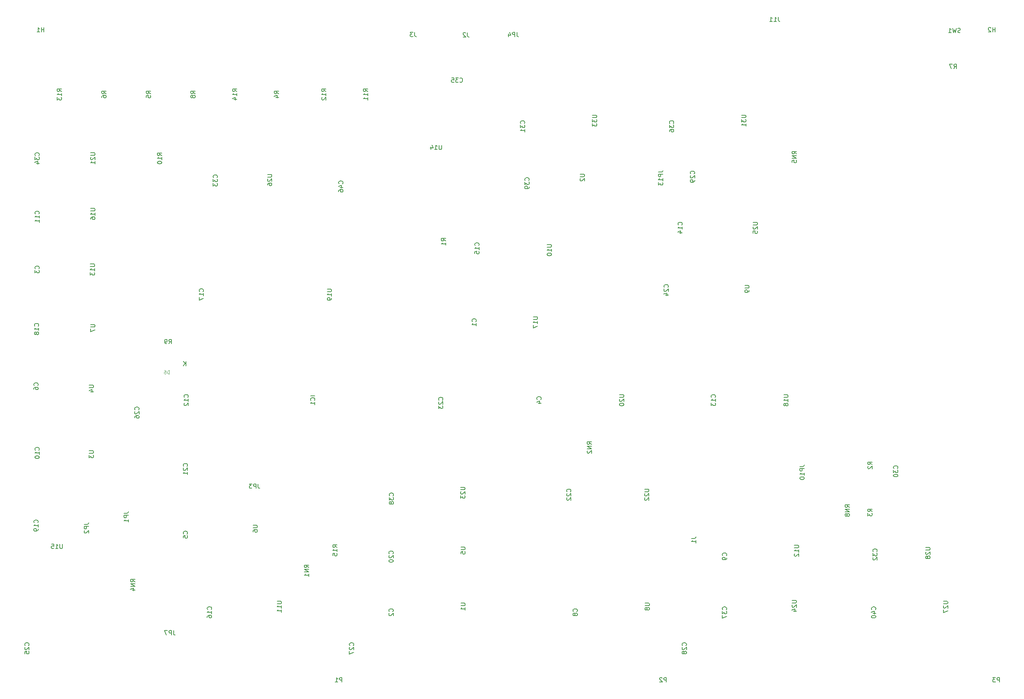
<source format=gbr>
%TF.GenerationSoftware,KiCad,Pcbnew,(6.0.11)*%
%TF.CreationDate,2024-05-06T10:31:34-05:00*%
%TF.ProjectId,processor.65816,70726f63-6573-4736-9f72-2e3635383136,v1.20*%
%TF.SameCoordinates,Original*%
%TF.FileFunction,Legend,Bot*%
%TF.FilePolarity,Positive*%
%FSLAX46Y46*%
G04 Gerber Fmt 4.6, Leading zero omitted, Abs format (unit mm)*
G04 Created by KiCad (PCBNEW (6.0.11)) date 2024-05-06 10:31:34*
%MOMM*%
%LPD*%
G01*
G04 APERTURE LIST*
%ADD10C,0.150000*%
%ADD11C,0.120000*%
G04 APERTURE END LIST*
D10*
%TO.C,R15*%
X111652380Y-195702142D02*
X111176190Y-195368809D01*
X111652380Y-195130714D02*
X110652380Y-195130714D01*
X110652380Y-195511666D01*
X110700000Y-195606904D01*
X110747619Y-195654523D01*
X110842857Y-195702142D01*
X110985714Y-195702142D01*
X111080952Y-195654523D01*
X111128571Y-195606904D01*
X111176190Y-195511666D01*
X111176190Y-195130714D01*
X111652380Y-196654523D02*
X111652380Y-196083095D01*
X111652380Y-196368809D02*
X110652380Y-196368809D01*
X110795238Y-196273571D01*
X110890476Y-196178333D01*
X110938095Y-196083095D01*
X110652380Y-197559285D02*
X110652380Y-197083095D01*
X111128571Y-197035476D01*
X111080952Y-197083095D01*
X111033333Y-197178333D01*
X111033333Y-197416428D01*
X111080952Y-197511666D01*
X111128571Y-197559285D01*
X111223809Y-197606904D01*
X111461904Y-197606904D01*
X111557142Y-197559285D01*
X111604761Y-197511666D01*
X111652380Y-197416428D01*
X111652380Y-197178333D01*
X111604761Y-197083095D01*
X111557142Y-197035476D01*
%TO.C,P1*%
X112738095Y-226452380D02*
X112738095Y-225452380D01*
X112357142Y-225452380D01*
X112261904Y-225500000D01*
X112214285Y-225547619D01*
X112166666Y-225642857D01*
X112166666Y-225785714D01*
X112214285Y-225880952D01*
X112261904Y-225928571D01*
X112357142Y-225976190D01*
X112738095Y-225976190D01*
X111214285Y-226452380D02*
X111785714Y-226452380D01*
X111500000Y-226452380D02*
X111500000Y-225452380D01*
X111595238Y-225595238D01*
X111690476Y-225690476D01*
X111785714Y-225738095D01*
%TO.C,C2*%
X124357142Y-210333333D02*
X124404761Y-210285714D01*
X124452380Y-210142857D01*
X124452380Y-210047619D01*
X124404761Y-209904761D01*
X124309523Y-209809523D01*
X124214285Y-209761904D01*
X124023809Y-209714285D01*
X123880952Y-209714285D01*
X123690476Y-209761904D01*
X123595238Y-209809523D01*
X123500000Y-209904761D01*
X123452380Y-210047619D01*
X123452380Y-210142857D01*
X123500000Y-210285714D01*
X123547619Y-210333333D01*
X123547619Y-210714285D02*
X123500000Y-210761904D01*
X123452380Y-210857142D01*
X123452380Y-211095238D01*
X123500000Y-211190476D01*
X123547619Y-211238095D01*
X123642857Y-211285714D01*
X123738095Y-211285714D01*
X123880952Y-211238095D01*
X124452380Y-210666666D01*
X124452380Y-211285714D01*
%TO.C,C3*%
X43612142Y-132043333D02*
X43659761Y-131995714D01*
X43707380Y-131852857D01*
X43707380Y-131757619D01*
X43659761Y-131614761D01*
X43564523Y-131519523D01*
X43469285Y-131471904D01*
X43278809Y-131424285D01*
X43135952Y-131424285D01*
X42945476Y-131471904D01*
X42850238Y-131519523D01*
X42755000Y-131614761D01*
X42707380Y-131757619D01*
X42707380Y-131852857D01*
X42755000Y-131995714D01*
X42802619Y-132043333D01*
X42707380Y-132376666D02*
X42707380Y-132995714D01*
X43088333Y-132662380D01*
X43088333Y-132805238D01*
X43135952Y-132900476D01*
X43183571Y-132948095D01*
X43278809Y-132995714D01*
X43516904Y-132995714D01*
X43612142Y-132948095D01*
X43659761Y-132900476D01*
X43707380Y-132805238D01*
X43707380Y-132519523D01*
X43659761Y-132424285D01*
X43612142Y-132376666D01*
%TO.C,C4*%
X158107142Y-161883333D02*
X158154761Y-161835714D01*
X158202380Y-161692857D01*
X158202380Y-161597619D01*
X158154761Y-161454761D01*
X158059523Y-161359523D01*
X157964285Y-161311904D01*
X157773809Y-161264285D01*
X157630952Y-161264285D01*
X157440476Y-161311904D01*
X157345238Y-161359523D01*
X157250000Y-161454761D01*
X157202380Y-161597619D01*
X157202380Y-161692857D01*
X157250000Y-161835714D01*
X157297619Y-161883333D01*
X157535714Y-162740476D02*
X158202380Y-162740476D01*
X157154761Y-162502380D02*
X157869047Y-162264285D01*
X157869047Y-162883333D01*
%TO.C,C5*%
X77432142Y-192633333D02*
X77479761Y-192585714D01*
X77527380Y-192442857D01*
X77527380Y-192347619D01*
X77479761Y-192204761D01*
X77384523Y-192109523D01*
X77289285Y-192061904D01*
X77098809Y-192014285D01*
X76955952Y-192014285D01*
X76765476Y-192061904D01*
X76670238Y-192109523D01*
X76575000Y-192204761D01*
X76527380Y-192347619D01*
X76527380Y-192442857D01*
X76575000Y-192585714D01*
X76622619Y-192633333D01*
X76527380Y-193538095D02*
X76527380Y-193061904D01*
X77003571Y-193014285D01*
X76955952Y-193061904D01*
X76908333Y-193157142D01*
X76908333Y-193395238D01*
X76955952Y-193490476D01*
X77003571Y-193538095D01*
X77098809Y-193585714D01*
X77336904Y-193585714D01*
X77432142Y-193538095D01*
X77479761Y-193490476D01*
X77527380Y-193395238D01*
X77527380Y-193157142D01*
X77479761Y-193061904D01*
X77432142Y-193014285D01*
%TO.C,C6*%
X43357142Y-158713333D02*
X43404761Y-158665714D01*
X43452380Y-158522857D01*
X43452380Y-158427619D01*
X43404761Y-158284761D01*
X43309523Y-158189523D01*
X43214285Y-158141904D01*
X43023809Y-158094285D01*
X42880952Y-158094285D01*
X42690476Y-158141904D01*
X42595238Y-158189523D01*
X42500000Y-158284761D01*
X42452380Y-158427619D01*
X42452380Y-158522857D01*
X42500000Y-158665714D01*
X42547619Y-158713333D01*
X42452380Y-159570476D02*
X42452380Y-159380000D01*
X42500000Y-159284761D01*
X42547619Y-159237142D01*
X42690476Y-159141904D01*
X42880952Y-159094285D01*
X43261904Y-159094285D01*
X43357142Y-159141904D01*
X43404761Y-159189523D01*
X43452380Y-159284761D01*
X43452380Y-159475238D01*
X43404761Y-159570476D01*
X43357142Y-159618095D01*
X43261904Y-159665714D01*
X43023809Y-159665714D01*
X42928571Y-159618095D01*
X42880952Y-159570476D01*
X42833333Y-159475238D01*
X42833333Y-159284761D01*
X42880952Y-159189523D01*
X42928571Y-159141904D01*
X43023809Y-159094285D01*
%TO.C,C8*%
X166357142Y-210333333D02*
X166404761Y-210285714D01*
X166452380Y-210142857D01*
X166452380Y-210047619D01*
X166404761Y-209904761D01*
X166309523Y-209809523D01*
X166214285Y-209761904D01*
X166023809Y-209714285D01*
X165880952Y-209714285D01*
X165690476Y-209761904D01*
X165595238Y-209809523D01*
X165500000Y-209904761D01*
X165452380Y-210047619D01*
X165452380Y-210142857D01*
X165500000Y-210285714D01*
X165547619Y-210333333D01*
X165880952Y-210904761D02*
X165833333Y-210809523D01*
X165785714Y-210761904D01*
X165690476Y-210714285D01*
X165642857Y-210714285D01*
X165547619Y-210761904D01*
X165500000Y-210809523D01*
X165452380Y-210904761D01*
X165452380Y-211095238D01*
X165500000Y-211190476D01*
X165547619Y-211238095D01*
X165642857Y-211285714D01*
X165690476Y-211285714D01*
X165785714Y-211238095D01*
X165833333Y-211190476D01*
X165880952Y-211095238D01*
X165880952Y-210904761D01*
X165928571Y-210809523D01*
X165976190Y-210761904D01*
X166071428Y-210714285D01*
X166261904Y-210714285D01*
X166357142Y-210761904D01*
X166404761Y-210809523D01*
X166452380Y-210904761D01*
X166452380Y-211095238D01*
X166404761Y-211190476D01*
X166357142Y-211238095D01*
X166261904Y-211285714D01*
X166071428Y-211285714D01*
X165976190Y-211238095D01*
X165928571Y-211190476D01*
X165880952Y-211095238D01*
%TO.C,C9*%
X200432142Y-197583333D02*
X200479761Y-197535714D01*
X200527380Y-197392857D01*
X200527380Y-197297619D01*
X200479761Y-197154761D01*
X200384523Y-197059523D01*
X200289285Y-197011904D01*
X200098809Y-196964285D01*
X199955952Y-196964285D01*
X199765476Y-197011904D01*
X199670238Y-197059523D01*
X199575000Y-197154761D01*
X199527380Y-197297619D01*
X199527380Y-197392857D01*
X199575000Y-197535714D01*
X199622619Y-197583333D01*
X200527380Y-198059523D02*
X200527380Y-198250000D01*
X200479761Y-198345238D01*
X200432142Y-198392857D01*
X200289285Y-198488095D01*
X200098809Y-198535714D01*
X199717857Y-198535714D01*
X199622619Y-198488095D01*
X199575000Y-198440476D01*
X199527380Y-198345238D01*
X199527380Y-198154761D01*
X199575000Y-198059523D01*
X199622619Y-198011904D01*
X199717857Y-197964285D01*
X199955952Y-197964285D01*
X200051190Y-198011904D01*
X200098809Y-198059523D01*
X200146428Y-198154761D01*
X200146428Y-198345238D01*
X200098809Y-198440476D01*
X200051190Y-198488095D01*
X199955952Y-198535714D01*
%TO.C,C10*%
X43612142Y-173477142D02*
X43659761Y-173429523D01*
X43707380Y-173286666D01*
X43707380Y-173191428D01*
X43659761Y-173048571D01*
X43564523Y-172953333D01*
X43469285Y-172905714D01*
X43278809Y-172858095D01*
X43135952Y-172858095D01*
X42945476Y-172905714D01*
X42850238Y-172953333D01*
X42755000Y-173048571D01*
X42707380Y-173191428D01*
X42707380Y-173286666D01*
X42755000Y-173429523D01*
X42802619Y-173477142D01*
X43707380Y-174429523D02*
X43707380Y-173858095D01*
X43707380Y-174143809D02*
X42707380Y-174143809D01*
X42850238Y-174048571D01*
X42945476Y-173953333D01*
X42993095Y-173858095D01*
X42707380Y-175048571D02*
X42707380Y-175143809D01*
X42755000Y-175239047D01*
X42802619Y-175286666D01*
X42897857Y-175334285D01*
X43088333Y-175381904D01*
X43326428Y-175381904D01*
X43516904Y-175334285D01*
X43612142Y-175286666D01*
X43659761Y-175239047D01*
X43707380Y-175143809D01*
X43707380Y-175048571D01*
X43659761Y-174953333D01*
X43612142Y-174905714D01*
X43516904Y-174858095D01*
X43326428Y-174810476D01*
X43088333Y-174810476D01*
X42897857Y-174858095D01*
X42802619Y-174905714D01*
X42755000Y-174953333D01*
X42707380Y-175048571D01*
%TO.C,C11*%
X43612142Y-119502142D02*
X43659761Y-119454523D01*
X43707380Y-119311666D01*
X43707380Y-119216428D01*
X43659761Y-119073571D01*
X43564523Y-118978333D01*
X43469285Y-118930714D01*
X43278809Y-118883095D01*
X43135952Y-118883095D01*
X42945476Y-118930714D01*
X42850238Y-118978333D01*
X42755000Y-119073571D01*
X42707380Y-119216428D01*
X42707380Y-119311666D01*
X42755000Y-119454523D01*
X42802619Y-119502142D01*
X43707380Y-120454523D02*
X43707380Y-119883095D01*
X43707380Y-120168809D02*
X42707380Y-120168809D01*
X42850238Y-120073571D01*
X42945476Y-119978333D01*
X42993095Y-119883095D01*
X43707380Y-121406904D02*
X43707380Y-120835476D01*
X43707380Y-121121190D02*
X42707380Y-121121190D01*
X42850238Y-121025952D01*
X42945476Y-120930714D01*
X42993095Y-120835476D01*
%TO.C,C14*%
X190297142Y-122042142D02*
X190344761Y-121994523D01*
X190392380Y-121851666D01*
X190392380Y-121756428D01*
X190344761Y-121613571D01*
X190249523Y-121518333D01*
X190154285Y-121470714D01*
X189963809Y-121423095D01*
X189820952Y-121423095D01*
X189630476Y-121470714D01*
X189535238Y-121518333D01*
X189440000Y-121613571D01*
X189392380Y-121756428D01*
X189392380Y-121851666D01*
X189440000Y-121994523D01*
X189487619Y-122042142D01*
X190392380Y-122994523D02*
X190392380Y-122423095D01*
X190392380Y-122708809D02*
X189392380Y-122708809D01*
X189535238Y-122613571D01*
X189630476Y-122518333D01*
X189678095Y-122423095D01*
X189725714Y-123851666D02*
X190392380Y-123851666D01*
X189344761Y-123613571D02*
X190059047Y-123375476D01*
X190059047Y-123994523D01*
%TO.C,C15*%
X143957142Y-126732142D02*
X144004761Y-126684523D01*
X144052380Y-126541666D01*
X144052380Y-126446428D01*
X144004761Y-126303571D01*
X143909523Y-126208333D01*
X143814285Y-126160714D01*
X143623809Y-126113095D01*
X143480952Y-126113095D01*
X143290476Y-126160714D01*
X143195238Y-126208333D01*
X143100000Y-126303571D01*
X143052380Y-126446428D01*
X143052380Y-126541666D01*
X143100000Y-126684523D01*
X143147619Y-126732142D01*
X144052380Y-127684523D02*
X144052380Y-127113095D01*
X144052380Y-127398809D02*
X143052380Y-127398809D01*
X143195238Y-127303571D01*
X143290476Y-127208333D01*
X143338095Y-127113095D01*
X143052380Y-128589285D02*
X143052380Y-128113095D01*
X143528571Y-128065476D01*
X143480952Y-128113095D01*
X143433333Y-128208333D01*
X143433333Y-128446428D01*
X143480952Y-128541666D01*
X143528571Y-128589285D01*
X143623809Y-128636904D01*
X143861904Y-128636904D01*
X143957142Y-128589285D01*
X144004761Y-128541666D01*
X144052380Y-128446428D01*
X144052380Y-128208333D01*
X144004761Y-128113095D01*
X143957142Y-128065476D01*
%TO.C,C25*%
X41286742Y-218107142D02*
X41334361Y-218059523D01*
X41381980Y-217916666D01*
X41381980Y-217821428D01*
X41334361Y-217678571D01*
X41239123Y-217583333D01*
X41143885Y-217535714D01*
X40953409Y-217488095D01*
X40810552Y-217488095D01*
X40620076Y-217535714D01*
X40524838Y-217583333D01*
X40429600Y-217678571D01*
X40381980Y-217821428D01*
X40381980Y-217916666D01*
X40429600Y-218059523D01*
X40477219Y-218107142D01*
X40477219Y-218488095D02*
X40429600Y-218535714D01*
X40381980Y-218630952D01*
X40381980Y-218869047D01*
X40429600Y-218964285D01*
X40477219Y-219011904D01*
X40572457Y-219059523D01*
X40667695Y-219059523D01*
X40810552Y-219011904D01*
X41381980Y-218440476D01*
X41381980Y-219059523D01*
X40381980Y-219964285D02*
X40381980Y-219488095D01*
X40858171Y-219440476D01*
X40810552Y-219488095D01*
X40762933Y-219583333D01*
X40762933Y-219821428D01*
X40810552Y-219916666D01*
X40858171Y-219964285D01*
X40953409Y-220011904D01*
X41191504Y-220011904D01*
X41286742Y-219964285D01*
X41334361Y-219916666D01*
X41381980Y-219821428D01*
X41381980Y-219583333D01*
X41334361Y-219488095D01*
X41286742Y-219440476D01*
%TO.C,C26*%
X66377042Y-164257142D02*
X66424661Y-164209523D01*
X66472280Y-164066666D01*
X66472280Y-163971428D01*
X66424661Y-163828571D01*
X66329423Y-163733333D01*
X66234185Y-163685714D01*
X66043709Y-163638095D01*
X65900852Y-163638095D01*
X65710376Y-163685714D01*
X65615138Y-163733333D01*
X65519900Y-163828571D01*
X65472280Y-163971428D01*
X65472280Y-164066666D01*
X65519900Y-164209523D01*
X65567519Y-164257142D01*
X65567519Y-164638095D02*
X65519900Y-164685714D01*
X65472280Y-164780952D01*
X65472280Y-165019047D01*
X65519900Y-165114285D01*
X65567519Y-165161904D01*
X65662757Y-165209523D01*
X65757995Y-165209523D01*
X65900852Y-165161904D01*
X66472280Y-164590476D01*
X66472280Y-165209523D01*
X65472280Y-166066666D02*
X65472280Y-165876190D01*
X65519900Y-165780952D01*
X65567519Y-165733333D01*
X65710376Y-165638095D01*
X65900852Y-165590476D01*
X66281804Y-165590476D01*
X66377042Y-165638095D01*
X66424661Y-165685714D01*
X66472280Y-165780952D01*
X66472280Y-165971428D01*
X66424661Y-166066666D01*
X66377042Y-166114285D01*
X66281804Y-166161904D01*
X66043709Y-166161904D01*
X65948471Y-166114285D01*
X65900852Y-166066666D01*
X65853233Y-165971428D01*
X65853233Y-165780952D01*
X65900852Y-165685714D01*
X65948471Y-165638095D01*
X66043709Y-165590476D01*
%TO.C,C17*%
X81077142Y-137247142D02*
X81124761Y-137199523D01*
X81172380Y-137056666D01*
X81172380Y-136961428D01*
X81124761Y-136818571D01*
X81029523Y-136723333D01*
X80934285Y-136675714D01*
X80743809Y-136628095D01*
X80600952Y-136628095D01*
X80410476Y-136675714D01*
X80315238Y-136723333D01*
X80220000Y-136818571D01*
X80172380Y-136961428D01*
X80172380Y-137056666D01*
X80220000Y-137199523D01*
X80267619Y-137247142D01*
X81172380Y-138199523D02*
X81172380Y-137628095D01*
X81172380Y-137913809D02*
X80172380Y-137913809D01*
X80315238Y-137818571D01*
X80410476Y-137723333D01*
X80458095Y-137628095D01*
X80172380Y-138532857D02*
X80172380Y-139199523D01*
X81172380Y-138770952D01*
%TO.C,C20*%
X124357142Y-197157142D02*
X124404761Y-197109523D01*
X124452380Y-196966666D01*
X124452380Y-196871428D01*
X124404761Y-196728571D01*
X124309523Y-196633333D01*
X124214285Y-196585714D01*
X124023809Y-196538095D01*
X123880952Y-196538095D01*
X123690476Y-196585714D01*
X123595238Y-196633333D01*
X123500000Y-196728571D01*
X123452380Y-196871428D01*
X123452380Y-196966666D01*
X123500000Y-197109523D01*
X123547619Y-197157142D01*
X123547619Y-197538095D02*
X123500000Y-197585714D01*
X123452380Y-197680952D01*
X123452380Y-197919047D01*
X123500000Y-198014285D01*
X123547619Y-198061904D01*
X123642857Y-198109523D01*
X123738095Y-198109523D01*
X123880952Y-198061904D01*
X124452380Y-197490476D01*
X124452380Y-198109523D01*
X123452380Y-198728571D02*
X123452380Y-198823809D01*
X123500000Y-198919047D01*
X123547619Y-198966666D01*
X123642857Y-199014285D01*
X123833333Y-199061904D01*
X124071428Y-199061904D01*
X124261904Y-199014285D01*
X124357142Y-198966666D01*
X124404761Y-198919047D01*
X124452380Y-198823809D01*
X124452380Y-198728571D01*
X124404761Y-198633333D01*
X124357142Y-198585714D01*
X124261904Y-198538095D01*
X124071428Y-198490476D01*
X123833333Y-198490476D01*
X123642857Y-198538095D01*
X123547619Y-198585714D01*
X123500000Y-198633333D01*
X123452380Y-198728571D01*
%TO.C,C21*%
X77432142Y-177157142D02*
X77479761Y-177109523D01*
X77527380Y-176966666D01*
X77527380Y-176871428D01*
X77479761Y-176728571D01*
X77384523Y-176633333D01*
X77289285Y-176585714D01*
X77098809Y-176538095D01*
X76955952Y-176538095D01*
X76765476Y-176585714D01*
X76670238Y-176633333D01*
X76575000Y-176728571D01*
X76527380Y-176871428D01*
X76527380Y-176966666D01*
X76575000Y-177109523D01*
X76622619Y-177157142D01*
X76622619Y-177538095D02*
X76575000Y-177585714D01*
X76527380Y-177680952D01*
X76527380Y-177919047D01*
X76575000Y-178014285D01*
X76622619Y-178061904D01*
X76717857Y-178109523D01*
X76813095Y-178109523D01*
X76955952Y-178061904D01*
X77527380Y-177490476D01*
X77527380Y-178109523D01*
X77527380Y-179061904D02*
X77527380Y-178490476D01*
X77527380Y-178776190D02*
X76527380Y-178776190D01*
X76670238Y-178680952D01*
X76765476Y-178585714D01*
X76813095Y-178490476D01*
%TO.C,C22*%
X164897142Y-183002142D02*
X164944761Y-182954523D01*
X164992380Y-182811666D01*
X164992380Y-182716428D01*
X164944761Y-182573571D01*
X164849523Y-182478333D01*
X164754285Y-182430714D01*
X164563809Y-182383095D01*
X164420952Y-182383095D01*
X164230476Y-182430714D01*
X164135238Y-182478333D01*
X164040000Y-182573571D01*
X163992380Y-182716428D01*
X163992380Y-182811666D01*
X164040000Y-182954523D01*
X164087619Y-183002142D01*
X164087619Y-183383095D02*
X164040000Y-183430714D01*
X163992380Y-183525952D01*
X163992380Y-183764047D01*
X164040000Y-183859285D01*
X164087619Y-183906904D01*
X164182857Y-183954523D01*
X164278095Y-183954523D01*
X164420952Y-183906904D01*
X164992380Y-183335476D01*
X164992380Y-183954523D01*
X164087619Y-184335476D02*
X164040000Y-184383095D01*
X163992380Y-184478333D01*
X163992380Y-184716428D01*
X164040000Y-184811666D01*
X164087619Y-184859285D01*
X164182857Y-184906904D01*
X164278095Y-184906904D01*
X164420952Y-184859285D01*
X164992380Y-184287857D01*
X164992380Y-184906904D01*
%TO.C,C23*%
X135687142Y-162047142D02*
X135734761Y-161999523D01*
X135782380Y-161856666D01*
X135782380Y-161761428D01*
X135734761Y-161618571D01*
X135639523Y-161523333D01*
X135544285Y-161475714D01*
X135353809Y-161428095D01*
X135210952Y-161428095D01*
X135020476Y-161475714D01*
X134925238Y-161523333D01*
X134830000Y-161618571D01*
X134782380Y-161761428D01*
X134782380Y-161856666D01*
X134830000Y-161999523D01*
X134877619Y-162047142D01*
X134877619Y-162428095D02*
X134830000Y-162475714D01*
X134782380Y-162570952D01*
X134782380Y-162809047D01*
X134830000Y-162904285D01*
X134877619Y-162951904D01*
X134972857Y-162999523D01*
X135068095Y-162999523D01*
X135210952Y-162951904D01*
X135782380Y-162380476D01*
X135782380Y-162999523D01*
X134782380Y-163332857D02*
X134782380Y-163951904D01*
X135163333Y-163618571D01*
X135163333Y-163761428D01*
X135210952Y-163856666D01*
X135258571Y-163904285D01*
X135353809Y-163951904D01*
X135591904Y-163951904D01*
X135687142Y-163904285D01*
X135734761Y-163856666D01*
X135782380Y-163761428D01*
X135782380Y-163475714D01*
X135734761Y-163380476D01*
X135687142Y-163332857D01*
%TO.C,C27*%
X115357142Y-218107142D02*
X115404761Y-218059523D01*
X115452380Y-217916666D01*
X115452380Y-217821428D01*
X115404761Y-217678571D01*
X115309523Y-217583333D01*
X115214285Y-217535714D01*
X115023809Y-217488095D01*
X114880952Y-217488095D01*
X114690476Y-217535714D01*
X114595238Y-217583333D01*
X114500000Y-217678571D01*
X114452380Y-217821428D01*
X114452380Y-217916666D01*
X114500000Y-218059523D01*
X114547619Y-218107142D01*
X114547619Y-218488095D02*
X114500000Y-218535714D01*
X114452380Y-218630952D01*
X114452380Y-218869047D01*
X114500000Y-218964285D01*
X114547619Y-219011904D01*
X114642857Y-219059523D01*
X114738095Y-219059523D01*
X114880952Y-219011904D01*
X115452380Y-218440476D01*
X115452380Y-219059523D01*
X114452380Y-219392857D02*
X114452380Y-220059523D01*
X115452380Y-219630952D01*
%TO.C,C28*%
X191241842Y-218107142D02*
X191289461Y-218059523D01*
X191337080Y-217916666D01*
X191337080Y-217821428D01*
X191289461Y-217678571D01*
X191194223Y-217583333D01*
X191098985Y-217535714D01*
X190908509Y-217488095D01*
X190765652Y-217488095D01*
X190575176Y-217535714D01*
X190479938Y-217583333D01*
X190384700Y-217678571D01*
X190337080Y-217821428D01*
X190337080Y-217916666D01*
X190384700Y-218059523D01*
X190432319Y-218107142D01*
X190432319Y-218488095D02*
X190384700Y-218535714D01*
X190337080Y-218630952D01*
X190337080Y-218869047D01*
X190384700Y-218964285D01*
X190432319Y-219011904D01*
X190527557Y-219059523D01*
X190622795Y-219059523D01*
X190765652Y-219011904D01*
X191337080Y-218440476D01*
X191337080Y-219059523D01*
X190765652Y-219630952D02*
X190718033Y-219535714D01*
X190670414Y-219488095D01*
X190575176Y-219440476D01*
X190527557Y-219440476D01*
X190432319Y-219488095D01*
X190384700Y-219535714D01*
X190337080Y-219630952D01*
X190337080Y-219821428D01*
X190384700Y-219916666D01*
X190432319Y-219964285D01*
X190527557Y-220011904D01*
X190575176Y-220011904D01*
X190670414Y-219964285D01*
X190718033Y-219916666D01*
X190765652Y-219821428D01*
X190765652Y-219630952D01*
X190813271Y-219535714D01*
X190860890Y-219488095D01*
X190956128Y-219440476D01*
X191146604Y-219440476D01*
X191241842Y-219488095D01*
X191289461Y-219535714D01*
X191337080Y-219630952D01*
X191337080Y-219821428D01*
X191289461Y-219916666D01*
X191241842Y-219964285D01*
X191146604Y-220011904D01*
X190956128Y-220011904D01*
X190860890Y-219964285D01*
X190813271Y-219916666D01*
X190765652Y-219821428D01*
%TO.C,C29*%
X193107154Y-110357142D02*
X193154773Y-110309523D01*
X193202392Y-110166666D01*
X193202392Y-110071428D01*
X193154773Y-109928571D01*
X193059535Y-109833333D01*
X192964297Y-109785714D01*
X192773821Y-109738095D01*
X192630964Y-109738095D01*
X192440488Y-109785714D01*
X192345250Y-109833333D01*
X192250012Y-109928571D01*
X192202392Y-110071428D01*
X192202392Y-110166666D01*
X192250012Y-110309523D01*
X192297631Y-110357142D01*
X192297631Y-110738095D02*
X192250012Y-110785714D01*
X192202392Y-110880952D01*
X192202392Y-111119047D01*
X192250012Y-111214285D01*
X192297631Y-111261904D01*
X192392869Y-111309523D01*
X192488107Y-111309523D01*
X192630964Y-111261904D01*
X193202392Y-110690476D01*
X193202392Y-111309523D01*
X193202392Y-111785714D02*
X193202392Y-111976190D01*
X193154773Y-112071428D01*
X193107154Y-112119047D01*
X192964297Y-112214285D01*
X192773821Y-112261904D01*
X192392869Y-112261904D01*
X192297631Y-112214285D01*
X192250012Y-112166666D01*
X192202392Y-112071428D01*
X192202392Y-111880952D01*
X192250012Y-111785714D01*
X192297631Y-111738095D01*
X192392869Y-111690476D01*
X192630964Y-111690476D01*
X192726202Y-111738095D01*
X192773821Y-111785714D01*
X192821440Y-111880952D01*
X192821440Y-112071428D01*
X192773821Y-112166666D01*
X192726202Y-112214285D01*
X192630964Y-112261904D01*
D11*
%TO.C,D6*%
X73390476Y-156066904D02*
X73390476Y-155266904D01*
X73200000Y-155266904D01*
X73085714Y-155305000D01*
X73009523Y-155381190D01*
X72971428Y-155457380D01*
X72933333Y-155609761D01*
X72933333Y-155724047D01*
X72971428Y-155876428D01*
X73009523Y-155952619D01*
X73085714Y-156028809D01*
X73200000Y-156066904D01*
X73390476Y-156066904D01*
X72247619Y-155266904D02*
X72400000Y-155266904D01*
X72476190Y-155305000D01*
X72514285Y-155343095D01*
X72590476Y-155457380D01*
X72628571Y-155609761D01*
X72628571Y-155914523D01*
X72590476Y-155990714D01*
X72552380Y-156028809D01*
X72476190Y-156066904D01*
X72323809Y-156066904D01*
X72247619Y-156028809D01*
X72209523Y-155990714D01*
X72171428Y-155914523D01*
X72171428Y-155724047D01*
X72209523Y-155647857D01*
X72247619Y-155609761D01*
X72323809Y-155571666D01*
X72476190Y-155571666D01*
X72552380Y-155609761D01*
X72590476Y-155647857D01*
X72628571Y-155724047D01*
D10*
X77171904Y-154202380D02*
X77171904Y-153202380D01*
X76600476Y-154202380D02*
X77029047Y-153630952D01*
X76600476Y-153202380D02*
X77171904Y-153773809D01*
%TO.C,R5*%
X69107380Y-92038333D02*
X68631190Y-91705000D01*
X69107380Y-91466904D02*
X68107380Y-91466904D01*
X68107380Y-91847857D01*
X68155000Y-91943095D01*
X68202619Y-91990714D01*
X68297857Y-92038333D01*
X68440714Y-92038333D01*
X68535952Y-91990714D01*
X68583571Y-91943095D01*
X68631190Y-91847857D01*
X68631190Y-91466904D01*
X68107380Y-92943095D02*
X68107380Y-92466904D01*
X68583571Y-92419285D01*
X68535952Y-92466904D01*
X68488333Y-92562142D01*
X68488333Y-92800238D01*
X68535952Y-92895476D01*
X68583571Y-92943095D01*
X68678809Y-92990714D01*
X68916904Y-92990714D01*
X69012142Y-92943095D01*
X69059761Y-92895476D01*
X69107380Y-92800238D01*
X69107380Y-92562142D01*
X69059761Y-92466904D01*
X69012142Y-92419285D01*
%TO.C,R6*%
X58947380Y-92038333D02*
X58471190Y-91705000D01*
X58947380Y-91466904D02*
X57947380Y-91466904D01*
X57947380Y-91847857D01*
X57995000Y-91943095D01*
X58042619Y-91990714D01*
X58137857Y-92038333D01*
X58280714Y-92038333D01*
X58375952Y-91990714D01*
X58423571Y-91943095D01*
X58471190Y-91847857D01*
X58471190Y-91466904D01*
X57947380Y-92895476D02*
X57947380Y-92705000D01*
X57995000Y-92609761D01*
X58042619Y-92562142D01*
X58185476Y-92466904D01*
X58375952Y-92419285D01*
X58756904Y-92419285D01*
X58852142Y-92466904D01*
X58899761Y-92514523D01*
X58947380Y-92609761D01*
X58947380Y-92800238D01*
X58899761Y-92895476D01*
X58852142Y-92943095D01*
X58756904Y-92990714D01*
X58518809Y-92990714D01*
X58423571Y-92943095D01*
X58375952Y-92895476D01*
X58328333Y-92800238D01*
X58328333Y-92609761D01*
X58375952Y-92514523D01*
X58423571Y-92466904D01*
X58518809Y-92419285D01*
%TO.C,U4*%
X55072380Y-158628095D02*
X55881904Y-158628095D01*
X55977142Y-158675714D01*
X56024761Y-158723333D01*
X56072380Y-158818571D01*
X56072380Y-159009047D01*
X56024761Y-159104285D01*
X55977142Y-159151904D01*
X55881904Y-159199523D01*
X55072380Y-159199523D01*
X55405714Y-160104285D02*
X56072380Y-160104285D01*
X55024761Y-159866190D02*
X55739047Y-159628095D01*
X55739047Y-160247142D01*
%TO.C,U5*%
X139857380Y-195628095D02*
X140666904Y-195628095D01*
X140762142Y-195675714D01*
X140809761Y-195723333D01*
X140857380Y-195818571D01*
X140857380Y-196009047D01*
X140809761Y-196104285D01*
X140762142Y-196151904D01*
X140666904Y-196199523D01*
X139857380Y-196199523D01*
X139857380Y-197151904D02*
X139857380Y-196675714D01*
X140333571Y-196628095D01*
X140285952Y-196675714D01*
X140238333Y-196770952D01*
X140238333Y-197009047D01*
X140285952Y-197104285D01*
X140333571Y-197151904D01*
X140428809Y-197199523D01*
X140666904Y-197199523D01*
X140762142Y-197151904D01*
X140809761Y-197104285D01*
X140857380Y-197009047D01*
X140857380Y-196770952D01*
X140809761Y-196675714D01*
X140762142Y-196628095D01*
%TO.C,U6*%
X92457380Y-190628095D02*
X93266904Y-190628095D01*
X93362142Y-190675714D01*
X93409761Y-190723333D01*
X93457380Y-190818571D01*
X93457380Y-191009047D01*
X93409761Y-191104285D01*
X93362142Y-191151904D01*
X93266904Y-191199523D01*
X92457380Y-191199523D01*
X92457380Y-192104285D02*
X92457380Y-191913809D01*
X92505000Y-191818571D01*
X92552619Y-191770952D01*
X92695476Y-191675714D01*
X92885952Y-191628095D01*
X93266904Y-191628095D01*
X93362142Y-191675714D01*
X93409761Y-191723333D01*
X93457380Y-191818571D01*
X93457380Y-192009047D01*
X93409761Y-192104285D01*
X93362142Y-192151904D01*
X93266904Y-192199523D01*
X93028809Y-192199523D01*
X92933571Y-192151904D01*
X92885952Y-192104285D01*
X92838333Y-192009047D01*
X92838333Y-191818571D01*
X92885952Y-191723333D01*
X92933571Y-191675714D01*
X93028809Y-191628095D01*
%TO.C,U8*%
X181882380Y-208428095D02*
X182691904Y-208428095D01*
X182787142Y-208475714D01*
X182834761Y-208523333D01*
X182882380Y-208618571D01*
X182882380Y-208809047D01*
X182834761Y-208904285D01*
X182787142Y-208951904D01*
X182691904Y-208999523D01*
X181882380Y-208999523D01*
X182310952Y-209618571D02*
X182263333Y-209523333D01*
X182215714Y-209475714D01*
X182120476Y-209428095D01*
X182072857Y-209428095D01*
X181977619Y-209475714D01*
X181930000Y-209523333D01*
X181882380Y-209618571D01*
X181882380Y-209809047D01*
X181930000Y-209904285D01*
X181977619Y-209951904D01*
X182072857Y-209999523D01*
X182120476Y-209999523D01*
X182215714Y-209951904D01*
X182263333Y-209904285D01*
X182310952Y-209809047D01*
X182310952Y-209618571D01*
X182358571Y-209523333D01*
X182406190Y-209475714D01*
X182501428Y-209428095D01*
X182691904Y-209428095D01*
X182787142Y-209475714D01*
X182834761Y-209523333D01*
X182882380Y-209618571D01*
X182882380Y-209809047D01*
X182834761Y-209904285D01*
X182787142Y-209951904D01*
X182691904Y-209999523D01*
X182501428Y-209999523D01*
X182406190Y-209951904D01*
X182358571Y-209904285D01*
X182310952Y-209809047D01*
%TO.C,U15*%
X48988095Y-194952380D02*
X48988095Y-195761904D01*
X48940476Y-195857142D01*
X48892857Y-195904761D01*
X48797619Y-195952380D01*
X48607142Y-195952380D01*
X48511904Y-195904761D01*
X48464285Y-195857142D01*
X48416666Y-195761904D01*
X48416666Y-194952380D01*
X47416666Y-195952380D02*
X47988095Y-195952380D01*
X47702380Y-195952380D02*
X47702380Y-194952380D01*
X47797619Y-195095238D01*
X47892857Y-195190476D01*
X47988095Y-195238095D01*
X46511904Y-194952380D02*
X46988095Y-194952380D01*
X47035714Y-195428571D01*
X46988095Y-195380952D01*
X46892857Y-195333333D01*
X46654761Y-195333333D01*
X46559523Y-195380952D01*
X46511904Y-195428571D01*
X46464285Y-195523809D01*
X46464285Y-195761904D01*
X46511904Y-195857142D01*
X46559523Y-195904761D01*
X46654761Y-195952380D01*
X46892857Y-195952380D01*
X46988095Y-195904761D01*
X47035714Y-195857142D01*
%TO.C,U1*%
X139857380Y-208428095D02*
X140666904Y-208428095D01*
X140762142Y-208475714D01*
X140809761Y-208523333D01*
X140857380Y-208618571D01*
X140857380Y-208809047D01*
X140809761Y-208904285D01*
X140762142Y-208951904D01*
X140666904Y-208999523D01*
X139857380Y-208999523D01*
X140857380Y-209999523D02*
X140857380Y-209428095D01*
X140857380Y-209713809D02*
X139857380Y-209713809D01*
X140000238Y-209618571D01*
X140095476Y-209523333D01*
X140143095Y-209428095D01*
%TO.C,P2*%
X186738095Y-226452380D02*
X186738095Y-225452380D01*
X186357142Y-225452380D01*
X186261904Y-225500000D01*
X186214285Y-225547619D01*
X186166666Y-225642857D01*
X186166666Y-225785714D01*
X186214285Y-225880952D01*
X186261904Y-225928571D01*
X186357142Y-225976190D01*
X186738095Y-225976190D01*
X185785714Y-225547619D02*
X185738095Y-225500000D01*
X185642857Y-225452380D01*
X185404761Y-225452380D01*
X185309523Y-225500000D01*
X185261904Y-225547619D01*
X185214285Y-225642857D01*
X185214285Y-225738095D01*
X185261904Y-225880952D01*
X185833333Y-226452380D01*
X185214285Y-226452380D01*
%TO.C,H2*%
X261761904Y-77952380D02*
X261761904Y-76952380D01*
X261761904Y-77428571D02*
X261190476Y-77428571D01*
X261190476Y-77952380D02*
X261190476Y-76952380D01*
X260761904Y-77047619D02*
X260714285Y-77000000D01*
X260619047Y-76952380D01*
X260380952Y-76952380D01*
X260285714Y-77000000D01*
X260238095Y-77047619D01*
X260190476Y-77142857D01*
X260190476Y-77238095D01*
X260238095Y-77380952D01*
X260809523Y-77952380D01*
X260190476Y-77952380D01*
%TO.C,RN1*%
X105177380Y-200309523D02*
X104701190Y-199976190D01*
X105177380Y-199738095D02*
X104177380Y-199738095D01*
X104177380Y-200119047D01*
X104225000Y-200214285D01*
X104272619Y-200261904D01*
X104367857Y-200309523D01*
X104510714Y-200309523D01*
X104605952Y-200261904D01*
X104653571Y-200214285D01*
X104701190Y-200119047D01*
X104701190Y-199738095D01*
X105177380Y-200738095D02*
X104177380Y-200738095D01*
X105177380Y-201309523D01*
X104177380Y-201309523D01*
X105177380Y-202309523D02*
X105177380Y-201738095D01*
X105177380Y-202023809D02*
X104177380Y-202023809D01*
X104320238Y-201928571D01*
X104415476Y-201833333D01*
X104463095Y-201738095D01*
%TO.C,U11*%
X97957380Y-207976904D02*
X98766904Y-207976904D01*
X98862142Y-208024523D01*
X98909761Y-208072142D01*
X98957380Y-208167380D01*
X98957380Y-208357857D01*
X98909761Y-208453095D01*
X98862142Y-208500714D01*
X98766904Y-208548333D01*
X97957380Y-208548333D01*
X98957380Y-209548333D02*
X98957380Y-208976904D01*
X98957380Y-209262619D02*
X97957380Y-209262619D01*
X98100238Y-209167380D01*
X98195476Y-209072142D01*
X98243095Y-208976904D01*
X98957380Y-210500714D02*
X98957380Y-209929285D01*
X98957380Y-210215000D02*
X97957380Y-210215000D01*
X98100238Y-210119761D01*
X98195476Y-210024523D01*
X98243095Y-209929285D01*
%TO.C,C19*%
X43357142Y-190057142D02*
X43404761Y-190009523D01*
X43452380Y-189866666D01*
X43452380Y-189771428D01*
X43404761Y-189628571D01*
X43309523Y-189533333D01*
X43214285Y-189485714D01*
X43023809Y-189438095D01*
X42880952Y-189438095D01*
X42690476Y-189485714D01*
X42595238Y-189533333D01*
X42500000Y-189628571D01*
X42452380Y-189771428D01*
X42452380Y-189866666D01*
X42500000Y-190009523D01*
X42547619Y-190057142D01*
X43452380Y-191009523D02*
X43452380Y-190438095D01*
X43452380Y-190723809D02*
X42452380Y-190723809D01*
X42595238Y-190628571D01*
X42690476Y-190533333D01*
X42738095Y-190438095D01*
X43452380Y-191485714D02*
X43452380Y-191676190D01*
X43404761Y-191771428D01*
X43357142Y-191819047D01*
X43214285Y-191914285D01*
X43023809Y-191961904D01*
X42642857Y-191961904D01*
X42547619Y-191914285D01*
X42500000Y-191866666D01*
X42452380Y-191771428D01*
X42452380Y-191580952D01*
X42500000Y-191485714D01*
X42547619Y-191438095D01*
X42642857Y-191390476D01*
X42880952Y-191390476D01*
X42976190Y-191438095D01*
X43023809Y-191485714D01*
X43071428Y-191580952D01*
X43071428Y-191771428D01*
X43023809Y-191866666D01*
X42976190Y-191914285D01*
X42880952Y-191961904D01*
%TO.C,C18*%
X43482142Y-145157142D02*
X43529761Y-145109523D01*
X43577380Y-144966666D01*
X43577380Y-144871428D01*
X43529761Y-144728571D01*
X43434523Y-144633333D01*
X43339285Y-144585714D01*
X43148809Y-144538095D01*
X43005952Y-144538095D01*
X42815476Y-144585714D01*
X42720238Y-144633333D01*
X42625000Y-144728571D01*
X42577380Y-144871428D01*
X42577380Y-144966666D01*
X42625000Y-145109523D01*
X42672619Y-145157142D01*
X43577380Y-146109523D02*
X43577380Y-145538095D01*
X43577380Y-145823809D02*
X42577380Y-145823809D01*
X42720238Y-145728571D01*
X42815476Y-145633333D01*
X42863095Y-145538095D01*
X43005952Y-146680952D02*
X42958333Y-146585714D01*
X42910714Y-146538095D01*
X42815476Y-146490476D01*
X42767857Y-146490476D01*
X42672619Y-146538095D01*
X42625000Y-146585714D01*
X42577380Y-146680952D01*
X42577380Y-146871428D01*
X42625000Y-146966666D01*
X42672619Y-147014285D01*
X42767857Y-147061904D01*
X42815476Y-147061904D01*
X42910714Y-147014285D01*
X42958333Y-146966666D01*
X43005952Y-146871428D01*
X43005952Y-146680952D01*
X43053571Y-146585714D01*
X43101190Y-146538095D01*
X43196428Y-146490476D01*
X43386904Y-146490476D01*
X43482142Y-146538095D01*
X43529761Y-146585714D01*
X43577380Y-146680952D01*
X43577380Y-146871428D01*
X43529761Y-146966666D01*
X43482142Y-147014285D01*
X43386904Y-147061904D01*
X43196428Y-147061904D01*
X43101190Y-147014285D01*
X43053571Y-146966666D01*
X43005952Y-146871428D01*
%TO.C,C12*%
X77607142Y-161407142D02*
X77654761Y-161359523D01*
X77702380Y-161216666D01*
X77702380Y-161121428D01*
X77654761Y-160978571D01*
X77559523Y-160883333D01*
X77464285Y-160835714D01*
X77273809Y-160788095D01*
X77130952Y-160788095D01*
X76940476Y-160835714D01*
X76845238Y-160883333D01*
X76750000Y-160978571D01*
X76702380Y-161121428D01*
X76702380Y-161216666D01*
X76750000Y-161359523D01*
X76797619Y-161407142D01*
X77702380Y-162359523D02*
X77702380Y-161788095D01*
X77702380Y-162073809D02*
X76702380Y-162073809D01*
X76845238Y-161978571D01*
X76940476Y-161883333D01*
X76988095Y-161788095D01*
X76797619Y-162740476D02*
X76750000Y-162788095D01*
X76702380Y-162883333D01*
X76702380Y-163121428D01*
X76750000Y-163216666D01*
X76797619Y-163264285D01*
X76892857Y-163311904D01*
X76988095Y-163311904D01*
X77130952Y-163264285D01*
X77702380Y-162692857D01*
X77702380Y-163311904D01*
%TO.C,C16*%
X82932142Y-209882142D02*
X82979761Y-209834523D01*
X83027380Y-209691666D01*
X83027380Y-209596428D01*
X82979761Y-209453571D01*
X82884523Y-209358333D01*
X82789285Y-209310714D01*
X82598809Y-209263095D01*
X82455952Y-209263095D01*
X82265476Y-209310714D01*
X82170238Y-209358333D01*
X82075000Y-209453571D01*
X82027380Y-209596428D01*
X82027380Y-209691666D01*
X82075000Y-209834523D01*
X82122619Y-209882142D01*
X83027380Y-210834523D02*
X83027380Y-210263095D01*
X83027380Y-210548809D02*
X82027380Y-210548809D01*
X82170238Y-210453571D01*
X82265476Y-210358333D01*
X82313095Y-210263095D01*
X82027380Y-211691666D02*
X82027380Y-211501190D01*
X82075000Y-211405952D01*
X82122619Y-211358333D01*
X82265476Y-211263095D01*
X82455952Y-211215476D01*
X82836904Y-211215476D01*
X82932142Y-211263095D01*
X82979761Y-211310714D01*
X83027380Y-211405952D01*
X83027380Y-211596428D01*
X82979761Y-211691666D01*
X82932142Y-211739285D01*
X82836904Y-211786904D01*
X82598809Y-211786904D01*
X82503571Y-211739285D01*
X82455952Y-211691666D01*
X82408333Y-211596428D01*
X82408333Y-211405952D01*
X82455952Y-211310714D01*
X82503571Y-211263095D01*
X82598809Y-211215476D01*
%TO.C,U3*%
X55072380Y-173628095D02*
X55881904Y-173628095D01*
X55977142Y-173675714D01*
X56024761Y-173723333D01*
X56072380Y-173818571D01*
X56072380Y-174009047D01*
X56024761Y-174104285D01*
X55977142Y-174151904D01*
X55881904Y-174199523D01*
X55072380Y-174199523D01*
X55072380Y-174580476D02*
X55072380Y-175199523D01*
X55453333Y-174866190D01*
X55453333Y-175009047D01*
X55500952Y-175104285D01*
X55548571Y-175151904D01*
X55643809Y-175199523D01*
X55881904Y-175199523D01*
X55977142Y-175151904D01*
X56024761Y-175104285D01*
X56072380Y-175009047D01*
X56072380Y-174723333D01*
X56024761Y-174628095D01*
X55977142Y-174580476D01*
%TO.C,H1*%
X44761904Y-77952380D02*
X44761904Y-76952380D01*
X44761904Y-77428571D02*
X44190476Y-77428571D01*
X44190476Y-77952380D02*
X44190476Y-76952380D01*
X43190476Y-77952380D02*
X43761904Y-77952380D01*
X43476190Y-77952380D02*
X43476190Y-76952380D01*
X43571428Y-77095238D01*
X43666666Y-77190476D01*
X43761904Y-77238095D01*
%TO.C,P3*%
X262738095Y-226452380D02*
X262738095Y-225452380D01*
X262357142Y-225452380D01*
X262261904Y-225500000D01*
X262214285Y-225547619D01*
X262166666Y-225642857D01*
X262166666Y-225785714D01*
X262214285Y-225880952D01*
X262261904Y-225928571D01*
X262357142Y-225976190D01*
X262738095Y-225976190D01*
X261833333Y-225452380D02*
X261214285Y-225452380D01*
X261547619Y-225833333D01*
X261404761Y-225833333D01*
X261309523Y-225880952D01*
X261261904Y-225928571D01*
X261214285Y-226023809D01*
X261214285Y-226261904D01*
X261261904Y-226357142D01*
X261309523Y-226404761D01*
X261404761Y-226452380D01*
X261690476Y-226452380D01*
X261785714Y-226404761D01*
X261833333Y-226357142D01*
%TO.C,U13*%
X55327380Y-130961904D02*
X56136904Y-130961904D01*
X56232142Y-131009523D01*
X56279761Y-131057142D01*
X56327380Y-131152380D01*
X56327380Y-131342857D01*
X56279761Y-131438095D01*
X56232142Y-131485714D01*
X56136904Y-131533333D01*
X55327380Y-131533333D01*
X56327380Y-132533333D02*
X56327380Y-131961904D01*
X56327380Y-132247619D02*
X55327380Y-132247619D01*
X55470238Y-132152380D01*
X55565476Y-132057142D01*
X55613095Y-131961904D01*
X55327380Y-132866666D02*
X55327380Y-133485714D01*
X55708333Y-133152380D01*
X55708333Y-133295238D01*
X55755952Y-133390476D01*
X55803571Y-133438095D01*
X55898809Y-133485714D01*
X56136904Y-133485714D01*
X56232142Y-133438095D01*
X56279761Y-133390476D01*
X56327380Y-133295238D01*
X56327380Y-133009523D01*
X56279761Y-132914285D01*
X56232142Y-132866666D01*
%TO.C,C36*%
X188357142Y-98857142D02*
X188404761Y-98809523D01*
X188452380Y-98666666D01*
X188452380Y-98571428D01*
X188404761Y-98428571D01*
X188309523Y-98333333D01*
X188214285Y-98285714D01*
X188023809Y-98238095D01*
X187880952Y-98238095D01*
X187690476Y-98285714D01*
X187595238Y-98333333D01*
X187500000Y-98428571D01*
X187452380Y-98571428D01*
X187452380Y-98666666D01*
X187500000Y-98809523D01*
X187547619Y-98857142D01*
X187452380Y-99190476D02*
X187452380Y-99809523D01*
X187833333Y-99476190D01*
X187833333Y-99619047D01*
X187880952Y-99714285D01*
X187928571Y-99761904D01*
X188023809Y-99809523D01*
X188261904Y-99809523D01*
X188357142Y-99761904D01*
X188404761Y-99714285D01*
X188452380Y-99619047D01*
X188452380Y-99333333D01*
X188404761Y-99238095D01*
X188357142Y-99190476D01*
X187452380Y-100666666D02*
X187452380Y-100476190D01*
X187500000Y-100380952D01*
X187547619Y-100333333D01*
X187690476Y-100238095D01*
X187880952Y-100190476D01*
X188261904Y-100190476D01*
X188357142Y-100238095D01*
X188404761Y-100285714D01*
X188452380Y-100380952D01*
X188452380Y-100571428D01*
X188404761Y-100666666D01*
X188357142Y-100714285D01*
X188261904Y-100761904D01*
X188023809Y-100761904D01*
X187928571Y-100714285D01*
X187880952Y-100666666D01*
X187833333Y-100571428D01*
X187833333Y-100380952D01*
X187880952Y-100285714D01*
X187928571Y-100238095D01*
X188023809Y-100190476D01*
%TO.C,C38*%
X124432142Y-183907142D02*
X124479761Y-183859523D01*
X124527380Y-183716666D01*
X124527380Y-183621428D01*
X124479761Y-183478571D01*
X124384523Y-183383333D01*
X124289285Y-183335714D01*
X124098809Y-183288095D01*
X123955952Y-183288095D01*
X123765476Y-183335714D01*
X123670238Y-183383333D01*
X123575000Y-183478571D01*
X123527380Y-183621428D01*
X123527380Y-183716666D01*
X123575000Y-183859523D01*
X123622619Y-183907142D01*
X123527380Y-184240476D02*
X123527380Y-184859523D01*
X123908333Y-184526190D01*
X123908333Y-184669047D01*
X123955952Y-184764285D01*
X124003571Y-184811904D01*
X124098809Y-184859523D01*
X124336904Y-184859523D01*
X124432142Y-184811904D01*
X124479761Y-184764285D01*
X124527380Y-184669047D01*
X124527380Y-184383333D01*
X124479761Y-184288095D01*
X124432142Y-184240476D01*
X123955952Y-185430952D02*
X123908333Y-185335714D01*
X123860714Y-185288095D01*
X123765476Y-185240476D01*
X123717857Y-185240476D01*
X123622619Y-185288095D01*
X123575000Y-185335714D01*
X123527380Y-185430952D01*
X123527380Y-185621428D01*
X123575000Y-185716666D01*
X123622619Y-185764285D01*
X123717857Y-185811904D01*
X123765476Y-185811904D01*
X123860714Y-185764285D01*
X123908333Y-185716666D01*
X123955952Y-185621428D01*
X123955952Y-185430952D01*
X124003571Y-185335714D01*
X124051190Y-185288095D01*
X124146428Y-185240476D01*
X124336904Y-185240476D01*
X124432142Y-185288095D01*
X124479761Y-185335714D01*
X124527380Y-185430952D01*
X124527380Y-185621428D01*
X124479761Y-185716666D01*
X124432142Y-185764285D01*
X124336904Y-185811904D01*
X124146428Y-185811904D01*
X124051190Y-185764285D01*
X124003571Y-185716666D01*
X123955952Y-185621428D01*
%TO.C,C46*%
X112902042Y-112607142D02*
X112949661Y-112559523D01*
X112997280Y-112416666D01*
X112997280Y-112321428D01*
X112949661Y-112178571D01*
X112854423Y-112083333D01*
X112759185Y-112035714D01*
X112568709Y-111988095D01*
X112425852Y-111988095D01*
X112235376Y-112035714D01*
X112140138Y-112083333D01*
X112044900Y-112178571D01*
X111997280Y-112321428D01*
X111997280Y-112416666D01*
X112044900Y-112559523D01*
X112092519Y-112607142D01*
X112330614Y-113464285D02*
X112997280Y-113464285D01*
X111949661Y-113226190D02*
X112663947Y-112988095D01*
X112663947Y-113607142D01*
X111997280Y-114416666D02*
X111997280Y-114226190D01*
X112044900Y-114130952D01*
X112092519Y-114083333D01*
X112235376Y-113988095D01*
X112425852Y-113940476D01*
X112806804Y-113940476D01*
X112902042Y-113988095D01*
X112949661Y-114035714D01*
X112997280Y-114130952D01*
X112997280Y-114321428D01*
X112949661Y-114416666D01*
X112902042Y-114464285D01*
X112806804Y-114511904D01*
X112568709Y-114511904D01*
X112473471Y-114464285D01*
X112425852Y-114416666D01*
X112378233Y-114321428D01*
X112378233Y-114130952D01*
X112425852Y-114035714D01*
X112473471Y-113988095D01*
X112568709Y-113940476D01*
%TO.C,U19*%
X109392380Y-136691904D02*
X110201904Y-136691904D01*
X110297142Y-136739523D01*
X110344761Y-136787142D01*
X110392380Y-136882380D01*
X110392380Y-137072857D01*
X110344761Y-137168095D01*
X110297142Y-137215714D01*
X110201904Y-137263333D01*
X109392380Y-137263333D01*
X110392380Y-138263333D02*
X110392380Y-137691904D01*
X110392380Y-137977619D02*
X109392380Y-137977619D01*
X109535238Y-137882380D01*
X109630476Y-137787142D01*
X109678095Y-137691904D01*
X110392380Y-138739523D02*
X110392380Y-138930000D01*
X110344761Y-139025238D01*
X110297142Y-139072857D01*
X110154285Y-139168095D01*
X109963809Y-139215714D01*
X109582857Y-139215714D01*
X109487619Y-139168095D01*
X109440000Y-139120476D01*
X109392380Y-139025238D01*
X109392380Y-138834761D01*
X109440000Y-138739523D01*
X109487619Y-138691904D01*
X109582857Y-138644285D01*
X109820952Y-138644285D01*
X109916190Y-138691904D01*
X109963809Y-138739523D01*
X110011428Y-138834761D01*
X110011428Y-139025238D01*
X109963809Y-139120476D01*
X109916190Y-139168095D01*
X109820952Y-139215714D01*
%TO.C,U7*%
X55407380Y-144783095D02*
X56216904Y-144783095D01*
X56312142Y-144830714D01*
X56359761Y-144878333D01*
X56407380Y-144973571D01*
X56407380Y-145164047D01*
X56359761Y-145259285D01*
X56312142Y-145306904D01*
X56216904Y-145354523D01*
X55407380Y-145354523D01*
X55407380Y-145735476D02*
X55407380Y-146402142D01*
X56407380Y-145973571D01*
%TO.C,JP7*%
X74333333Y-214702380D02*
X74333333Y-215416666D01*
X74380952Y-215559523D01*
X74476190Y-215654761D01*
X74619047Y-215702380D01*
X74714285Y-215702380D01*
X73857142Y-215702380D02*
X73857142Y-214702380D01*
X73476190Y-214702380D01*
X73380952Y-214750000D01*
X73333333Y-214797619D01*
X73285714Y-214892857D01*
X73285714Y-215035714D01*
X73333333Y-215130952D01*
X73380952Y-215178571D01*
X73476190Y-215226190D01*
X73857142Y-215226190D01*
X72952380Y-214702380D02*
X72285714Y-214702380D01*
X72714285Y-215702380D01*
%TO.C,RN4*%
X65527380Y-203559523D02*
X65051190Y-203226190D01*
X65527380Y-202988095D02*
X64527380Y-202988095D01*
X64527380Y-203369047D01*
X64575000Y-203464285D01*
X64622619Y-203511904D01*
X64717857Y-203559523D01*
X64860714Y-203559523D01*
X64955952Y-203511904D01*
X65003571Y-203464285D01*
X65051190Y-203369047D01*
X65051190Y-202988095D01*
X65527380Y-203988095D02*
X64527380Y-203988095D01*
X65527380Y-204559523D01*
X64527380Y-204559523D01*
X64860714Y-205464285D02*
X65527380Y-205464285D01*
X64479761Y-205226190D02*
X65194047Y-204988095D01*
X65194047Y-205607142D01*
%TO.C,J11*%
X212289523Y-74539880D02*
X212289523Y-75254166D01*
X212337142Y-75397023D01*
X212432380Y-75492261D01*
X212575238Y-75539880D01*
X212670476Y-75539880D01*
X211289523Y-75539880D02*
X211860952Y-75539880D01*
X211575238Y-75539880D02*
X211575238Y-74539880D01*
X211670476Y-74682738D01*
X211765714Y-74777976D01*
X211860952Y-74825595D01*
X210337142Y-75539880D02*
X210908571Y-75539880D01*
X210622857Y-75539880D02*
X210622857Y-74539880D01*
X210718095Y-74682738D01*
X210813333Y-74777976D01*
X210908571Y-74825595D01*
%TO.C,RN5*%
X216452380Y-105809523D02*
X215976190Y-105476190D01*
X216452380Y-105238095D02*
X215452380Y-105238095D01*
X215452380Y-105619047D01*
X215500000Y-105714285D01*
X215547619Y-105761904D01*
X215642857Y-105809523D01*
X215785714Y-105809523D01*
X215880952Y-105761904D01*
X215928571Y-105714285D01*
X215976190Y-105619047D01*
X215976190Y-105238095D01*
X216452380Y-106238095D02*
X215452380Y-106238095D01*
X216452380Y-106809523D01*
X215452380Y-106809523D01*
X215452380Y-107761904D02*
X215452380Y-107285714D01*
X215928571Y-107238095D01*
X215880952Y-107285714D01*
X215833333Y-107380952D01*
X215833333Y-107619047D01*
X215880952Y-107714285D01*
X215928571Y-107761904D01*
X216023809Y-107809523D01*
X216261904Y-107809523D01*
X216357142Y-107761904D01*
X216404761Y-107714285D01*
X216452380Y-107619047D01*
X216452380Y-107380952D01*
X216404761Y-107285714D01*
X216357142Y-107238095D01*
%TO.C,U31*%
X203882380Y-96951904D02*
X204691904Y-96951904D01*
X204787142Y-96999523D01*
X204834761Y-97047142D01*
X204882380Y-97142380D01*
X204882380Y-97332857D01*
X204834761Y-97428095D01*
X204787142Y-97475714D01*
X204691904Y-97523333D01*
X203882380Y-97523333D01*
X203882380Y-97904285D02*
X203882380Y-98523333D01*
X204263333Y-98190000D01*
X204263333Y-98332857D01*
X204310952Y-98428095D01*
X204358571Y-98475714D01*
X204453809Y-98523333D01*
X204691904Y-98523333D01*
X204787142Y-98475714D01*
X204834761Y-98428095D01*
X204882380Y-98332857D01*
X204882380Y-98047142D01*
X204834761Y-97951904D01*
X204787142Y-97904285D01*
X204882380Y-99475714D02*
X204882380Y-98904285D01*
X204882380Y-99190000D02*
X203882380Y-99190000D01*
X204025238Y-99094761D01*
X204120476Y-98999523D01*
X204168095Y-98904285D01*
%TO.C,U33*%
X169882380Y-96951904D02*
X170691904Y-96951904D01*
X170787142Y-96999523D01*
X170834761Y-97047142D01*
X170882380Y-97142380D01*
X170882380Y-97332857D01*
X170834761Y-97428095D01*
X170787142Y-97475714D01*
X170691904Y-97523333D01*
X169882380Y-97523333D01*
X169882380Y-97904285D02*
X169882380Y-98523333D01*
X170263333Y-98190000D01*
X170263333Y-98332857D01*
X170310952Y-98428095D01*
X170358571Y-98475714D01*
X170453809Y-98523333D01*
X170691904Y-98523333D01*
X170787142Y-98475714D01*
X170834761Y-98428095D01*
X170882380Y-98332857D01*
X170882380Y-98047142D01*
X170834761Y-97951904D01*
X170787142Y-97904285D01*
X169882380Y-98856666D02*
X169882380Y-99475714D01*
X170263333Y-99142380D01*
X170263333Y-99285238D01*
X170310952Y-99380476D01*
X170358571Y-99428095D01*
X170453809Y-99475714D01*
X170691904Y-99475714D01*
X170787142Y-99428095D01*
X170834761Y-99380476D01*
X170882380Y-99285238D01*
X170882380Y-98999523D01*
X170834761Y-98904285D01*
X170787142Y-98856666D01*
%TO.C,U20*%
X176052380Y-160806904D02*
X176861904Y-160806904D01*
X176957142Y-160854523D01*
X177004761Y-160902142D01*
X177052380Y-160997380D01*
X177052380Y-161187857D01*
X177004761Y-161283095D01*
X176957142Y-161330714D01*
X176861904Y-161378333D01*
X176052380Y-161378333D01*
X176147619Y-161806904D02*
X176100000Y-161854523D01*
X176052380Y-161949761D01*
X176052380Y-162187857D01*
X176100000Y-162283095D01*
X176147619Y-162330714D01*
X176242857Y-162378333D01*
X176338095Y-162378333D01*
X176480952Y-162330714D01*
X177052380Y-161759285D01*
X177052380Y-162378333D01*
X176052380Y-162997380D02*
X176052380Y-163092619D01*
X176100000Y-163187857D01*
X176147619Y-163235476D01*
X176242857Y-163283095D01*
X176433333Y-163330714D01*
X176671428Y-163330714D01*
X176861904Y-163283095D01*
X176957142Y-163235476D01*
X177004761Y-163187857D01*
X177052380Y-163092619D01*
X177052380Y-162997380D01*
X177004761Y-162902142D01*
X176957142Y-162854523D01*
X176861904Y-162806904D01*
X176671428Y-162759285D01*
X176433333Y-162759285D01*
X176242857Y-162806904D01*
X176147619Y-162854523D01*
X176100000Y-162902142D01*
X176052380Y-162997380D01*
%TO.C,C37*%
X200432142Y-209907142D02*
X200479761Y-209859523D01*
X200527380Y-209716666D01*
X200527380Y-209621428D01*
X200479761Y-209478571D01*
X200384523Y-209383333D01*
X200289285Y-209335714D01*
X200098809Y-209288095D01*
X199955952Y-209288095D01*
X199765476Y-209335714D01*
X199670238Y-209383333D01*
X199575000Y-209478571D01*
X199527380Y-209621428D01*
X199527380Y-209716666D01*
X199575000Y-209859523D01*
X199622619Y-209907142D01*
X199527380Y-210240476D02*
X199527380Y-210859523D01*
X199908333Y-210526190D01*
X199908333Y-210669047D01*
X199955952Y-210764285D01*
X200003571Y-210811904D01*
X200098809Y-210859523D01*
X200336904Y-210859523D01*
X200432142Y-210811904D01*
X200479761Y-210764285D01*
X200527380Y-210669047D01*
X200527380Y-210383333D01*
X200479761Y-210288095D01*
X200432142Y-210240476D01*
X199527380Y-211192857D02*
X199527380Y-211859523D01*
X200527380Y-211430952D01*
%TO.C,JP10*%
X217202380Y-177215476D02*
X217916666Y-177215476D01*
X218059523Y-177167857D01*
X218154761Y-177072619D01*
X218202380Y-176929761D01*
X218202380Y-176834523D01*
X218202380Y-177691666D02*
X217202380Y-177691666D01*
X217202380Y-178072619D01*
X217250000Y-178167857D01*
X217297619Y-178215476D01*
X217392857Y-178263095D01*
X217535714Y-178263095D01*
X217630952Y-178215476D01*
X217678571Y-178167857D01*
X217726190Y-178072619D01*
X217726190Y-177691666D01*
X218202380Y-179215476D02*
X218202380Y-178644047D01*
X218202380Y-178929761D02*
X217202380Y-178929761D01*
X217345238Y-178834523D01*
X217440476Y-178739285D01*
X217488095Y-178644047D01*
X217202380Y-179834523D02*
X217202380Y-179929761D01*
X217250000Y-180025000D01*
X217297619Y-180072619D01*
X217392857Y-180120238D01*
X217583333Y-180167857D01*
X217821428Y-180167857D01*
X218011904Y-180120238D01*
X218107142Y-180072619D01*
X218154761Y-180025000D01*
X218202380Y-179929761D01*
X218202380Y-179834523D01*
X218154761Y-179739285D01*
X218107142Y-179691666D01*
X218011904Y-179644047D01*
X217821428Y-179596428D01*
X217583333Y-179596428D01*
X217392857Y-179644047D01*
X217297619Y-179691666D01*
X217250000Y-179739285D01*
X217202380Y-179834523D01*
%TO.C,RN8*%
X228527380Y-186559523D02*
X228051190Y-186226190D01*
X228527380Y-185988095D02*
X227527380Y-185988095D01*
X227527380Y-186369047D01*
X227575000Y-186464285D01*
X227622619Y-186511904D01*
X227717857Y-186559523D01*
X227860714Y-186559523D01*
X227955952Y-186511904D01*
X228003571Y-186464285D01*
X228051190Y-186369047D01*
X228051190Y-185988095D01*
X228527380Y-186988095D02*
X227527380Y-186988095D01*
X228527380Y-187559523D01*
X227527380Y-187559523D01*
X227955952Y-188178571D02*
X227908333Y-188083333D01*
X227860714Y-188035714D01*
X227765476Y-187988095D01*
X227717857Y-187988095D01*
X227622619Y-188035714D01*
X227575000Y-188083333D01*
X227527380Y-188178571D01*
X227527380Y-188369047D01*
X227575000Y-188464285D01*
X227622619Y-188511904D01*
X227717857Y-188559523D01*
X227765476Y-188559523D01*
X227860714Y-188511904D01*
X227908333Y-188464285D01*
X227955952Y-188369047D01*
X227955952Y-188178571D01*
X228003571Y-188083333D01*
X228051190Y-188035714D01*
X228146428Y-187988095D01*
X228336904Y-187988095D01*
X228432142Y-188035714D01*
X228479761Y-188083333D01*
X228527380Y-188178571D01*
X228527380Y-188369047D01*
X228479761Y-188464285D01*
X228432142Y-188511904D01*
X228336904Y-188559523D01*
X228146428Y-188559523D01*
X228051190Y-188511904D01*
X228003571Y-188464285D01*
X227955952Y-188369047D01*
%TO.C,U9*%
X204627380Y-135883095D02*
X205436904Y-135883095D01*
X205532142Y-135930714D01*
X205579761Y-135978333D01*
X205627380Y-136073571D01*
X205627380Y-136264047D01*
X205579761Y-136359285D01*
X205532142Y-136406904D01*
X205436904Y-136454523D01*
X204627380Y-136454523D01*
X205627380Y-136978333D02*
X205627380Y-137168809D01*
X205579761Y-137264047D01*
X205532142Y-137311666D01*
X205389285Y-137406904D01*
X205198809Y-137454523D01*
X204817857Y-137454523D01*
X204722619Y-137406904D01*
X204675000Y-137359285D01*
X204627380Y-137264047D01*
X204627380Y-137073571D01*
X204675000Y-136978333D01*
X204722619Y-136930714D01*
X204817857Y-136883095D01*
X205055952Y-136883095D01*
X205151190Y-136930714D01*
X205198809Y-136978333D01*
X205246428Y-137073571D01*
X205246428Y-137264047D01*
X205198809Y-137359285D01*
X205151190Y-137406904D01*
X205055952Y-137454523D01*
%TO.C,U10*%
X159552380Y-126516904D02*
X160361904Y-126516904D01*
X160457142Y-126564523D01*
X160504761Y-126612142D01*
X160552380Y-126707380D01*
X160552380Y-126897857D01*
X160504761Y-126993095D01*
X160457142Y-127040714D01*
X160361904Y-127088333D01*
X159552380Y-127088333D01*
X160552380Y-128088333D02*
X160552380Y-127516904D01*
X160552380Y-127802619D02*
X159552380Y-127802619D01*
X159695238Y-127707380D01*
X159790476Y-127612142D01*
X159838095Y-127516904D01*
X159552380Y-128707380D02*
X159552380Y-128802619D01*
X159600000Y-128897857D01*
X159647619Y-128945476D01*
X159742857Y-128993095D01*
X159933333Y-129040714D01*
X160171428Y-129040714D01*
X160361904Y-128993095D01*
X160457142Y-128945476D01*
X160504761Y-128897857D01*
X160552380Y-128802619D01*
X160552380Y-128707380D01*
X160504761Y-128612142D01*
X160457142Y-128564523D01*
X160361904Y-128516904D01*
X160171428Y-128469285D01*
X159933333Y-128469285D01*
X159742857Y-128516904D01*
X159647619Y-128564523D01*
X159600000Y-128612142D01*
X159552380Y-128707380D01*
%TO.C,U12*%
X215957380Y-195201904D02*
X216766904Y-195201904D01*
X216862142Y-195249523D01*
X216909761Y-195297142D01*
X216957380Y-195392380D01*
X216957380Y-195582857D01*
X216909761Y-195678095D01*
X216862142Y-195725714D01*
X216766904Y-195773333D01*
X215957380Y-195773333D01*
X216957380Y-196773333D02*
X216957380Y-196201904D01*
X216957380Y-196487619D02*
X215957380Y-196487619D01*
X216100238Y-196392380D01*
X216195476Y-196297142D01*
X216243095Y-196201904D01*
X216052619Y-197154285D02*
X216005000Y-197201904D01*
X215957380Y-197297142D01*
X215957380Y-197535238D01*
X216005000Y-197630476D01*
X216052619Y-197678095D01*
X216147857Y-197725714D01*
X216243095Y-197725714D01*
X216385952Y-197678095D01*
X216957380Y-197106666D01*
X216957380Y-197725714D01*
%TO.C,U23*%
X139832380Y-181951904D02*
X140641904Y-181951904D01*
X140737142Y-181999523D01*
X140784761Y-182047142D01*
X140832380Y-182142380D01*
X140832380Y-182332857D01*
X140784761Y-182428095D01*
X140737142Y-182475714D01*
X140641904Y-182523333D01*
X139832380Y-182523333D01*
X139927619Y-182951904D02*
X139880000Y-182999523D01*
X139832380Y-183094761D01*
X139832380Y-183332857D01*
X139880000Y-183428095D01*
X139927619Y-183475714D01*
X140022857Y-183523333D01*
X140118095Y-183523333D01*
X140260952Y-183475714D01*
X140832380Y-182904285D01*
X140832380Y-183523333D01*
X139832380Y-183856666D02*
X139832380Y-184475714D01*
X140213333Y-184142380D01*
X140213333Y-184285238D01*
X140260952Y-184380476D01*
X140308571Y-184428095D01*
X140403809Y-184475714D01*
X140641904Y-184475714D01*
X140737142Y-184428095D01*
X140784761Y-184380476D01*
X140832380Y-184285238D01*
X140832380Y-183999523D01*
X140784761Y-183904285D01*
X140737142Y-183856666D01*
%TO.C,C30*%
X239482142Y-177657142D02*
X239529761Y-177609523D01*
X239577380Y-177466666D01*
X239577380Y-177371428D01*
X239529761Y-177228571D01*
X239434523Y-177133333D01*
X239339285Y-177085714D01*
X239148809Y-177038095D01*
X239005952Y-177038095D01*
X238815476Y-177085714D01*
X238720238Y-177133333D01*
X238625000Y-177228571D01*
X238577380Y-177371428D01*
X238577380Y-177466666D01*
X238625000Y-177609523D01*
X238672619Y-177657142D01*
X238577380Y-177990476D02*
X238577380Y-178609523D01*
X238958333Y-178276190D01*
X238958333Y-178419047D01*
X239005952Y-178514285D01*
X239053571Y-178561904D01*
X239148809Y-178609523D01*
X239386904Y-178609523D01*
X239482142Y-178561904D01*
X239529761Y-178514285D01*
X239577380Y-178419047D01*
X239577380Y-178133333D01*
X239529761Y-178038095D01*
X239482142Y-177990476D01*
X238577380Y-179228571D02*
X238577380Y-179323809D01*
X238625000Y-179419047D01*
X238672619Y-179466666D01*
X238767857Y-179514285D01*
X238958333Y-179561904D01*
X239196428Y-179561904D01*
X239386904Y-179514285D01*
X239482142Y-179466666D01*
X239529761Y-179419047D01*
X239577380Y-179323809D01*
X239577380Y-179228571D01*
X239529761Y-179133333D01*
X239482142Y-179085714D01*
X239386904Y-179038095D01*
X239196428Y-178990476D01*
X238958333Y-178990476D01*
X238767857Y-179038095D01*
X238672619Y-179085714D01*
X238625000Y-179133333D01*
X238577380Y-179228571D01*
%TO.C,C31*%
X154357142Y-98857142D02*
X154404761Y-98809523D01*
X154452380Y-98666666D01*
X154452380Y-98571428D01*
X154404761Y-98428571D01*
X154309523Y-98333333D01*
X154214285Y-98285714D01*
X154023809Y-98238095D01*
X153880952Y-98238095D01*
X153690476Y-98285714D01*
X153595238Y-98333333D01*
X153500000Y-98428571D01*
X153452380Y-98571428D01*
X153452380Y-98666666D01*
X153500000Y-98809523D01*
X153547619Y-98857142D01*
X153452380Y-99190476D02*
X153452380Y-99809523D01*
X153833333Y-99476190D01*
X153833333Y-99619047D01*
X153880952Y-99714285D01*
X153928571Y-99761904D01*
X154023809Y-99809523D01*
X154261904Y-99809523D01*
X154357142Y-99761904D01*
X154404761Y-99714285D01*
X154452380Y-99619047D01*
X154452380Y-99333333D01*
X154404761Y-99238095D01*
X154357142Y-99190476D01*
X154452380Y-100761904D02*
X154452380Y-100190476D01*
X154452380Y-100476190D02*
X153452380Y-100476190D01*
X153595238Y-100380952D01*
X153690476Y-100285714D01*
X153738095Y-100190476D01*
%TO.C,C32*%
X234747142Y-196657142D02*
X234794761Y-196609523D01*
X234842380Y-196466666D01*
X234842380Y-196371428D01*
X234794761Y-196228571D01*
X234699523Y-196133333D01*
X234604285Y-196085714D01*
X234413809Y-196038095D01*
X234270952Y-196038095D01*
X234080476Y-196085714D01*
X233985238Y-196133333D01*
X233890000Y-196228571D01*
X233842380Y-196371428D01*
X233842380Y-196466666D01*
X233890000Y-196609523D01*
X233937619Y-196657142D01*
X233842380Y-196990476D02*
X233842380Y-197609523D01*
X234223333Y-197276190D01*
X234223333Y-197419047D01*
X234270952Y-197514285D01*
X234318571Y-197561904D01*
X234413809Y-197609523D01*
X234651904Y-197609523D01*
X234747142Y-197561904D01*
X234794761Y-197514285D01*
X234842380Y-197419047D01*
X234842380Y-197133333D01*
X234794761Y-197038095D01*
X234747142Y-196990476D01*
X233937619Y-197990476D02*
X233890000Y-198038095D01*
X233842380Y-198133333D01*
X233842380Y-198371428D01*
X233890000Y-198466666D01*
X233937619Y-198514285D01*
X234032857Y-198561904D01*
X234128095Y-198561904D01*
X234270952Y-198514285D01*
X234842380Y-197942857D01*
X234842380Y-198561904D01*
%TO.C,C33*%
X84252142Y-111207142D02*
X84299761Y-111159523D01*
X84347380Y-111016666D01*
X84347380Y-110921428D01*
X84299761Y-110778571D01*
X84204523Y-110683333D01*
X84109285Y-110635714D01*
X83918809Y-110588095D01*
X83775952Y-110588095D01*
X83585476Y-110635714D01*
X83490238Y-110683333D01*
X83395000Y-110778571D01*
X83347380Y-110921428D01*
X83347380Y-111016666D01*
X83395000Y-111159523D01*
X83442619Y-111207142D01*
X83347380Y-111540476D02*
X83347380Y-112159523D01*
X83728333Y-111826190D01*
X83728333Y-111969047D01*
X83775952Y-112064285D01*
X83823571Y-112111904D01*
X83918809Y-112159523D01*
X84156904Y-112159523D01*
X84252142Y-112111904D01*
X84299761Y-112064285D01*
X84347380Y-111969047D01*
X84347380Y-111683333D01*
X84299761Y-111588095D01*
X84252142Y-111540476D01*
X83347380Y-112492857D02*
X83347380Y-113111904D01*
X83728333Y-112778571D01*
X83728333Y-112921428D01*
X83775952Y-113016666D01*
X83823571Y-113064285D01*
X83918809Y-113111904D01*
X84156904Y-113111904D01*
X84252142Y-113064285D01*
X84299761Y-113016666D01*
X84347380Y-112921428D01*
X84347380Y-112635714D01*
X84299761Y-112540476D01*
X84252142Y-112492857D01*
%TO.C,C34*%
X43612142Y-106167142D02*
X43659761Y-106119523D01*
X43707380Y-105976666D01*
X43707380Y-105881428D01*
X43659761Y-105738571D01*
X43564523Y-105643333D01*
X43469285Y-105595714D01*
X43278809Y-105548095D01*
X43135952Y-105548095D01*
X42945476Y-105595714D01*
X42850238Y-105643333D01*
X42755000Y-105738571D01*
X42707380Y-105881428D01*
X42707380Y-105976666D01*
X42755000Y-106119523D01*
X42802619Y-106167142D01*
X42707380Y-106500476D02*
X42707380Y-107119523D01*
X43088333Y-106786190D01*
X43088333Y-106929047D01*
X43135952Y-107024285D01*
X43183571Y-107071904D01*
X43278809Y-107119523D01*
X43516904Y-107119523D01*
X43612142Y-107071904D01*
X43659761Y-107024285D01*
X43707380Y-106929047D01*
X43707380Y-106643333D01*
X43659761Y-106548095D01*
X43612142Y-106500476D01*
X43040714Y-107976666D02*
X43707380Y-107976666D01*
X42659761Y-107738571D02*
X43374047Y-107500476D01*
X43374047Y-108119523D01*
%TO.C,C35*%
X139642857Y-89357142D02*
X139690476Y-89404761D01*
X139833333Y-89452380D01*
X139928571Y-89452380D01*
X140071428Y-89404761D01*
X140166666Y-89309523D01*
X140214285Y-89214285D01*
X140261904Y-89023809D01*
X140261904Y-88880952D01*
X140214285Y-88690476D01*
X140166666Y-88595238D01*
X140071428Y-88500000D01*
X139928571Y-88452380D01*
X139833333Y-88452380D01*
X139690476Y-88500000D01*
X139642857Y-88547619D01*
X139309523Y-88452380D02*
X138690476Y-88452380D01*
X139023809Y-88833333D01*
X138880952Y-88833333D01*
X138785714Y-88880952D01*
X138738095Y-88928571D01*
X138690476Y-89023809D01*
X138690476Y-89261904D01*
X138738095Y-89357142D01*
X138785714Y-89404761D01*
X138880952Y-89452380D01*
X139166666Y-89452380D01*
X139261904Y-89404761D01*
X139309523Y-89357142D01*
X137785714Y-88452380D02*
X138261904Y-88452380D01*
X138309523Y-88928571D01*
X138261904Y-88880952D01*
X138166666Y-88833333D01*
X137928571Y-88833333D01*
X137833333Y-88880952D01*
X137785714Y-88928571D01*
X137738095Y-89023809D01*
X137738095Y-89261904D01*
X137785714Y-89357142D01*
X137833333Y-89404761D01*
X137928571Y-89452380D01*
X138166666Y-89452380D01*
X138261904Y-89404761D01*
X138309523Y-89357142D01*
%TO.C,U14*%
X135468095Y-103802380D02*
X135468095Y-104611904D01*
X135420476Y-104707142D01*
X135372857Y-104754761D01*
X135277619Y-104802380D01*
X135087142Y-104802380D01*
X134991904Y-104754761D01*
X134944285Y-104707142D01*
X134896666Y-104611904D01*
X134896666Y-103802380D01*
X133896666Y-104802380D02*
X134468095Y-104802380D01*
X134182380Y-104802380D02*
X134182380Y-103802380D01*
X134277619Y-103945238D01*
X134372857Y-104040476D01*
X134468095Y-104088095D01*
X133039523Y-104135714D02*
X133039523Y-104802380D01*
X133277619Y-103754761D02*
X133515714Y-104469047D01*
X132896666Y-104469047D01*
%TO.C,U2*%
X167072380Y-110428095D02*
X167881904Y-110428095D01*
X167977142Y-110475714D01*
X168024761Y-110523333D01*
X168072380Y-110618571D01*
X168072380Y-110809047D01*
X168024761Y-110904285D01*
X167977142Y-110951904D01*
X167881904Y-110999523D01*
X167072380Y-110999523D01*
X167167619Y-111428095D02*
X167120000Y-111475714D01*
X167072380Y-111570952D01*
X167072380Y-111809047D01*
X167120000Y-111904285D01*
X167167619Y-111951904D01*
X167262857Y-111999523D01*
X167358095Y-111999523D01*
X167500952Y-111951904D01*
X168072380Y-111380476D01*
X168072380Y-111999523D01*
%TO.C,JP13*%
X184952380Y-109960476D02*
X185666666Y-109960476D01*
X185809523Y-109912857D01*
X185904761Y-109817619D01*
X185952380Y-109674761D01*
X185952380Y-109579523D01*
X185952380Y-110436666D02*
X184952380Y-110436666D01*
X184952380Y-110817619D01*
X185000000Y-110912857D01*
X185047619Y-110960476D01*
X185142857Y-111008095D01*
X185285714Y-111008095D01*
X185380952Y-110960476D01*
X185428571Y-110912857D01*
X185476190Y-110817619D01*
X185476190Y-110436666D01*
X185952380Y-111960476D02*
X185952380Y-111389047D01*
X185952380Y-111674761D02*
X184952380Y-111674761D01*
X185095238Y-111579523D01*
X185190476Y-111484285D01*
X185238095Y-111389047D01*
X184952380Y-112293809D02*
X184952380Y-112912857D01*
X185333333Y-112579523D01*
X185333333Y-112722380D01*
X185380952Y-112817619D01*
X185428571Y-112865238D01*
X185523809Y-112912857D01*
X185761904Y-112912857D01*
X185857142Y-112865238D01*
X185904761Y-112817619D01*
X185952380Y-112722380D01*
X185952380Y-112436666D01*
X185904761Y-112341428D01*
X185857142Y-112293809D01*
%TO.C,R4*%
X98317380Y-92038333D02*
X97841190Y-91705000D01*
X98317380Y-91466904D02*
X97317380Y-91466904D01*
X97317380Y-91847857D01*
X97365000Y-91943095D01*
X97412619Y-91990714D01*
X97507857Y-92038333D01*
X97650714Y-92038333D01*
X97745952Y-91990714D01*
X97793571Y-91943095D01*
X97841190Y-91847857D01*
X97841190Y-91466904D01*
X97650714Y-92895476D02*
X98317380Y-92895476D01*
X97269761Y-92657380D02*
X97984047Y-92419285D01*
X97984047Y-93038333D01*
%TO.C,SW1*%
X253808333Y-78047261D02*
X253665476Y-78094880D01*
X253427380Y-78094880D01*
X253332142Y-78047261D01*
X253284523Y-77999642D01*
X253236904Y-77904404D01*
X253236904Y-77809166D01*
X253284523Y-77713928D01*
X253332142Y-77666309D01*
X253427380Y-77618690D01*
X253617857Y-77571071D01*
X253713095Y-77523452D01*
X253760714Y-77475833D01*
X253808333Y-77380595D01*
X253808333Y-77285357D01*
X253760714Y-77190119D01*
X253713095Y-77142500D01*
X253617857Y-77094880D01*
X253379761Y-77094880D01*
X253236904Y-77142500D01*
X252903571Y-77094880D02*
X252665476Y-78094880D01*
X252475000Y-77380595D01*
X252284523Y-78094880D01*
X252046428Y-77094880D01*
X251141666Y-78094880D02*
X251713095Y-78094880D01*
X251427380Y-78094880D02*
X251427380Y-77094880D01*
X251522619Y-77237738D01*
X251617857Y-77332976D01*
X251713095Y-77380595D01*
%TO.C,C39*%
X155357142Y-111857142D02*
X155404761Y-111809523D01*
X155452380Y-111666666D01*
X155452380Y-111571428D01*
X155404761Y-111428571D01*
X155309523Y-111333333D01*
X155214285Y-111285714D01*
X155023809Y-111238095D01*
X154880952Y-111238095D01*
X154690476Y-111285714D01*
X154595238Y-111333333D01*
X154500000Y-111428571D01*
X154452380Y-111571428D01*
X154452380Y-111666666D01*
X154500000Y-111809523D01*
X154547619Y-111857142D01*
X154452380Y-112190476D02*
X154452380Y-112809523D01*
X154833333Y-112476190D01*
X154833333Y-112619047D01*
X154880952Y-112714285D01*
X154928571Y-112761904D01*
X155023809Y-112809523D01*
X155261904Y-112809523D01*
X155357142Y-112761904D01*
X155404761Y-112714285D01*
X155452380Y-112619047D01*
X155452380Y-112333333D01*
X155404761Y-112238095D01*
X155357142Y-112190476D01*
X155452380Y-113285714D02*
X155452380Y-113476190D01*
X155404761Y-113571428D01*
X155357142Y-113619047D01*
X155214285Y-113714285D01*
X155023809Y-113761904D01*
X154642857Y-113761904D01*
X154547619Y-113714285D01*
X154500000Y-113666666D01*
X154452380Y-113571428D01*
X154452380Y-113380952D01*
X154500000Y-113285714D01*
X154547619Y-113238095D01*
X154642857Y-113190476D01*
X154880952Y-113190476D01*
X154976190Y-113238095D01*
X155023809Y-113285714D01*
X155071428Y-113380952D01*
X155071428Y-113571428D01*
X155023809Y-113666666D01*
X154976190Y-113714285D01*
X154880952Y-113761904D01*
%TO.C,R1*%
X136417380Y-125693333D02*
X135941190Y-125360000D01*
X136417380Y-125121904D02*
X135417380Y-125121904D01*
X135417380Y-125502857D01*
X135465000Y-125598095D01*
X135512619Y-125645714D01*
X135607857Y-125693333D01*
X135750714Y-125693333D01*
X135845952Y-125645714D01*
X135893571Y-125598095D01*
X135941190Y-125502857D01*
X135941190Y-125121904D01*
X136417380Y-126645714D02*
X136417380Y-126074285D01*
X136417380Y-126360000D02*
X135417380Y-126360000D01*
X135560238Y-126264761D01*
X135655476Y-126169523D01*
X135703095Y-126074285D01*
%TO.C,U18*%
X213522380Y-160816904D02*
X214331904Y-160816904D01*
X214427142Y-160864523D01*
X214474761Y-160912142D01*
X214522380Y-161007380D01*
X214522380Y-161197857D01*
X214474761Y-161293095D01*
X214427142Y-161340714D01*
X214331904Y-161388333D01*
X213522380Y-161388333D01*
X214522380Y-162388333D02*
X214522380Y-161816904D01*
X214522380Y-162102619D02*
X213522380Y-162102619D01*
X213665238Y-162007380D01*
X213760476Y-161912142D01*
X213808095Y-161816904D01*
X213950952Y-162959761D02*
X213903333Y-162864523D01*
X213855714Y-162816904D01*
X213760476Y-162769285D01*
X213712857Y-162769285D01*
X213617619Y-162816904D01*
X213570000Y-162864523D01*
X213522380Y-162959761D01*
X213522380Y-163150238D01*
X213570000Y-163245476D01*
X213617619Y-163293095D01*
X213712857Y-163340714D01*
X213760476Y-163340714D01*
X213855714Y-163293095D01*
X213903333Y-163245476D01*
X213950952Y-163150238D01*
X213950952Y-162959761D01*
X213998571Y-162864523D01*
X214046190Y-162816904D01*
X214141428Y-162769285D01*
X214331904Y-162769285D01*
X214427142Y-162816904D01*
X214474761Y-162864523D01*
X214522380Y-162959761D01*
X214522380Y-163150238D01*
X214474761Y-163245476D01*
X214427142Y-163293095D01*
X214331904Y-163340714D01*
X214141428Y-163340714D01*
X214046190Y-163293095D01*
X213998571Y-163245476D01*
X213950952Y-163150238D01*
%TO.C,C13*%
X197857142Y-161407142D02*
X197904761Y-161359523D01*
X197952380Y-161216666D01*
X197952380Y-161121428D01*
X197904761Y-160978571D01*
X197809523Y-160883333D01*
X197714285Y-160835714D01*
X197523809Y-160788095D01*
X197380952Y-160788095D01*
X197190476Y-160835714D01*
X197095238Y-160883333D01*
X197000000Y-160978571D01*
X196952380Y-161121428D01*
X196952380Y-161216666D01*
X197000000Y-161359523D01*
X197047619Y-161407142D01*
X197952380Y-162359523D02*
X197952380Y-161788095D01*
X197952380Y-162073809D02*
X196952380Y-162073809D01*
X197095238Y-161978571D01*
X197190476Y-161883333D01*
X197238095Y-161788095D01*
X196952380Y-162692857D02*
X196952380Y-163311904D01*
X197333333Y-162978571D01*
X197333333Y-163121428D01*
X197380952Y-163216666D01*
X197428571Y-163264285D01*
X197523809Y-163311904D01*
X197761904Y-163311904D01*
X197857142Y-163264285D01*
X197904761Y-163216666D01*
X197952380Y-163121428D01*
X197952380Y-162835714D01*
X197904761Y-162740476D01*
X197857142Y-162692857D01*
%TO.C,C24*%
X187107142Y-136257142D02*
X187154761Y-136209523D01*
X187202380Y-136066666D01*
X187202380Y-135971428D01*
X187154761Y-135828571D01*
X187059523Y-135733333D01*
X186964285Y-135685714D01*
X186773809Y-135638095D01*
X186630952Y-135638095D01*
X186440476Y-135685714D01*
X186345238Y-135733333D01*
X186250000Y-135828571D01*
X186202380Y-135971428D01*
X186202380Y-136066666D01*
X186250000Y-136209523D01*
X186297619Y-136257142D01*
X186297619Y-136638095D02*
X186250000Y-136685714D01*
X186202380Y-136780952D01*
X186202380Y-137019047D01*
X186250000Y-137114285D01*
X186297619Y-137161904D01*
X186392857Y-137209523D01*
X186488095Y-137209523D01*
X186630952Y-137161904D01*
X187202380Y-136590476D01*
X187202380Y-137209523D01*
X186535714Y-138066666D02*
X187202380Y-138066666D01*
X186154761Y-137828571D02*
X186869047Y-137590476D01*
X186869047Y-138209523D01*
%TO.C,R8*%
X79267380Y-92038333D02*
X78791190Y-91705000D01*
X79267380Y-91466904D02*
X78267380Y-91466904D01*
X78267380Y-91847857D01*
X78315000Y-91943095D01*
X78362619Y-91990714D01*
X78457857Y-92038333D01*
X78600714Y-92038333D01*
X78695952Y-91990714D01*
X78743571Y-91943095D01*
X78791190Y-91847857D01*
X78791190Y-91466904D01*
X78695952Y-92609761D02*
X78648333Y-92514523D01*
X78600714Y-92466904D01*
X78505476Y-92419285D01*
X78457857Y-92419285D01*
X78362619Y-92466904D01*
X78315000Y-92514523D01*
X78267380Y-92609761D01*
X78267380Y-92800238D01*
X78315000Y-92895476D01*
X78362619Y-92943095D01*
X78457857Y-92990714D01*
X78505476Y-92990714D01*
X78600714Y-92943095D01*
X78648333Y-92895476D01*
X78695952Y-92800238D01*
X78695952Y-92609761D01*
X78743571Y-92514523D01*
X78791190Y-92466904D01*
X78886428Y-92419285D01*
X79076904Y-92419285D01*
X79172142Y-92466904D01*
X79219761Y-92514523D01*
X79267380Y-92609761D01*
X79267380Y-92800238D01*
X79219761Y-92895476D01*
X79172142Y-92943095D01*
X79076904Y-92990714D01*
X78886428Y-92990714D01*
X78791190Y-92943095D01*
X78743571Y-92895476D01*
X78695952Y-92800238D01*
%TO.C,JP4*%
X152668333Y-78022380D02*
X152668333Y-78736666D01*
X152715952Y-78879523D01*
X152811190Y-78974761D01*
X152954047Y-79022380D01*
X153049285Y-79022380D01*
X152192142Y-79022380D02*
X152192142Y-78022380D01*
X151811190Y-78022380D01*
X151715952Y-78070000D01*
X151668333Y-78117619D01*
X151620714Y-78212857D01*
X151620714Y-78355714D01*
X151668333Y-78450952D01*
X151715952Y-78498571D01*
X151811190Y-78546190D01*
X152192142Y-78546190D01*
X150763571Y-78355714D02*
X150763571Y-79022380D01*
X151001666Y-77974761D02*
X151239761Y-78689047D01*
X150620714Y-78689047D01*
%TO.C,JP3*%
X93613333Y-181192380D02*
X93613333Y-181906666D01*
X93660952Y-182049523D01*
X93756190Y-182144761D01*
X93899047Y-182192380D01*
X93994285Y-182192380D01*
X93137142Y-182192380D02*
X93137142Y-181192380D01*
X92756190Y-181192380D01*
X92660952Y-181240000D01*
X92613333Y-181287619D01*
X92565714Y-181382857D01*
X92565714Y-181525714D01*
X92613333Y-181620952D01*
X92660952Y-181668571D01*
X92756190Y-181716190D01*
X93137142Y-181716190D01*
X92232380Y-181192380D02*
X91613333Y-181192380D01*
X91946666Y-181573333D01*
X91803809Y-181573333D01*
X91708571Y-181620952D01*
X91660952Y-181668571D01*
X91613333Y-181763809D01*
X91613333Y-182001904D01*
X91660952Y-182097142D01*
X91708571Y-182144761D01*
X91803809Y-182192380D01*
X92089523Y-182192380D01*
X92184761Y-182144761D01*
X92232380Y-182097142D01*
%TO.C,U22*%
X181777380Y-182396904D02*
X182586904Y-182396904D01*
X182682142Y-182444523D01*
X182729761Y-182492142D01*
X182777380Y-182587380D01*
X182777380Y-182777857D01*
X182729761Y-182873095D01*
X182682142Y-182920714D01*
X182586904Y-182968333D01*
X181777380Y-182968333D01*
X181872619Y-183396904D02*
X181825000Y-183444523D01*
X181777380Y-183539761D01*
X181777380Y-183777857D01*
X181825000Y-183873095D01*
X181872619Y-183920714D01*
X181967857Y-183968333D01*
X182063095Y-183968333D01*
X182205952Y-183920714D01*
X182777380Y-183349285D01*
X182777380Y-183968333D01*
X181872619Y-184349285D02*
X181825000Y-184396904D01*
X181777380Y-184492142D01*
X181777380Y-184730238D01*
X181825000Y-184825476D01*
X181872619Y-184873095D01*
X181967857Y-184920714D01*
X182063095Y-184920714D01*
X182205952Y-184873095D01*
X182777380Y-184301666D01*
X182777380Y-184920714D01*
%TO.C,R12*%
X109112380Y-91562142D02*
X108636190Y-91228809D01*
X109112380Y-90990714D02*
X108112380Y-90990714D01*
X108112380Y-91371666D01*
X108160000Y-91466904D01*
X108207619Y-91514523D01*
X108302857Y-91562142D01*
X108445714Y-91562142D01*
X108540952Y-91514523D01*
X108588571Y-91466904D01*
X108636190Y-91371666D01*
X108636190Y-90990714D01*
X109112380Y-92514523D02*
X109112380Y-91943095D01*
X109112380Y-92228809D02*
X108112380Y-92228809D01*
X108255238Y-92133571D01*
X108350476Y-92038333D01*
X108398095Y-91943095D01*
X108207619Y-92895476D02*
X108160000Y-92943095D01*
X108112380Y-93038333D01*
X108112380Y-93276428D01*
X108160000Y-93371666D01*
X108207619Y-93419285D01*
X108302857Y-93466904D01*
X108398095Y-93466904D01*
X108540952Y-93419285D01*
X109112380Y-92847857D01*
X109112380Y-93466904D01*
%TO.C,JP1*%
X63027380Y-187891666D02*
X63741666Y-187891666D01*
X63884523Y-187844047D01*
X63979761Y-187748809D01*
X64027380Y-187605952D01*
X64027380Y-187510714D01*
X64027380Y-188367857D02*
X63027380Y-188367857D01*
X63027380Y-188748809D01*
X63075000Y-188844047D01*
X63122619Y-188891666D01*
X63217857Y-188939285D01*
X63360714Y-188939285D01*
X63455952Y-188891666D01*
X63503571Y-188844047D01*
X63551190Y-188748809D01*
X63551190Y-188367857D01*
X64027380Y-189891666D02*
X64027380Y-189320238D01*
X64027380Y-189605952D02*
X63027380Y-189605952D01*
X63170238Y-189510714D01*
X63265476Y-189415476D01*
X63313095Y-189320238D01*
%TO.C,U26*%
X95757380Y-110506904D02*
X96566904Y-110506904D01*
X96662142Y-110554523D01*
X96709761Y-110602142D01*
X96757380Y-110697380D01*
X96757380Y-110887857D01*
X96709761Y-110983095D01*
X96662142Y-111030714D01*
X96566904Y-111078333D01*
X95757380Y-111078333D01*
X95852619Y-111506904D02*
X95805000Y-111554523D01*
X95757380Y-111649761D01*
X95757380Y-111887857D01*
X95805000Y-111983095D01*
X95852619Y-112030714D01*
X95947857Y-112078333D01*
X96043095Y-112078333D01*
X96185952Y-112030714D01*
X96757380Y-111459285D01*
X96757380Y-112078333D01*
X95757380Y-112935476D02*
X95757380Y-112745000D01*
X95805000Y-112649761D01*
X95852619Y-112602142D01*
X95995476Y-112506904D01*
X96185952Y-112459285D01*
X96566904Y-112459285D01*
X96662142Y-112506904D01*
X96709761Y-112554523D01*
X96757380Y-112649761D01*
X96757380Y-112840238D01*
X96709761Y-112935476D01*
X96662142Y-112983095D01*
X96566904Y-113030714D01*
X96328809Y-113030714D01*
X96233571Y-112983095D01*
X96185952Y-112935476D01*
X96138333Y-112840238D01*
X96138333Y-112649761D01*
X96185952Y-112554523D01*
X96233571Y-112506904D01*
X96328809Y-112459285D01*
%TO.C,R3*%
X233702380Y-187523333D02*
X233226190Y-187190000D01*
X233702380Y-186951904D02*
X232702380Y-186951904D01*
X232702380Y-187332857D01*
X232750000Y-187428095D01*
X232797619Y-187475714D01*
X232892857Y-187523333D01*
X233035714Y-187523333D01*
X233130952Y-187475714D01*
X233178571Y-187428095D01*
X233226190Y-187332857D01*
X233226190Y-186951904D01*
X232702380Y-187856666D02*
X232702380Y-188475714D01*
X233083333Y-188142380D01*
X233083333Y-188285238D01*
X233130952Y-188380476D01*
X233178571Y-188428095D01*
X233273809Y-188475714D01*
X233511904Y-188475714D01*
X233607142Y-188428095D01*
X233654761Y-188380476D01*
X233702380Y-188285238D01*
X233702380Y-187999523D01*
X233654761Y-187904285D01*
X233607142Y-187856666D01*
%TO.C,J3*%
X129328333Y-78022380D02*
X129328333Y-78736666D01*
X129375952Y-78879523D01*
X129471190Y-78974761D01*
X129614047Y-79022380D01*
X129709285Y-79022380D01*
X128947380Y-78022380D02*
X128328333Y-78022380D01*
X128661666Y-78403333D01*
X128518809Y-78403333D01*
X128423571Y-78450952D01*
X128375952Y-78498571D01*
X128328333Y-78593809D01*
X128328333Y-78831904D01*
X128375952Y-78927142D01*
X128423571Y-78974761D01*
X128518809Y-79022380D01*
X128804523Y-79022380D01*
X128899761Y-78974761D01*
X128947380Y-78927142D01*
%TO.C,U17*%
X156367380Y-143026904D02*
X157176904Y-143026904D01*
X157272142Y-143074523D01*
X157319761Y-143122142D01*
X157367380Y-143217380D01*
X157367380Y-143407857D01*
X157319761Y-143503095D01*
X157272142Y-143550714D01*
X157176904Y-143598333D01*
X156367380Y-143598333D01*
X157367380Y-144598333D02*
X157367380Y-144026904D01*
X157367380Y-144312619D02*
X156367380Y-144312619D01*
X156510238Y-144217380D01*
X156605476Y-144122142D01*
X156653095Y-144026904D01*
X156367380Y-144931666D02*
X156367380Y-145598333D01*
X157367380Y-145169761D01*
%TO.C,J1*%
X192452380Y-193666666D02*
X193166666Y-193666666D01*
X193309523Y-193619047D01*
X193404761Y-193523809D01*
X193452380Y-193380952D01*
X193452380Y-193285714D01*
X193452380Y-194666666D02*
X193452380Y-194095238D01*
X193452380Y-194380952D02*
X192452380Y-194380952D01*
X192595238Y-194285714D01*
X192690476Y-194190476D01*
X192738095Y-194095238D01*
%TO.C,R11*%
X118637380Y-91562142D02*
X118161190Y-91228809D01*
X118637380Y-90990714D02*
X117637380Y-90990714D01*
X117637380Y-91371666D01*
X117685000Y-91466904D01*
X117732619Y-91514523D01*
X117827857Y-91562142D01*
X117970714Y-91562142D01*
X118065952Y-91514523D01*
X118113571Y-91466904D01*
X118161190Y-91371666D01*
X118161190Y-90990714D01*
X118637380Y-92514523D02*
X118637380Y-91943095D01*
X118637380Y-92228809D02*
X117637380Y-92228809D01*
X117780238Y-92133571D01*
X117875476Y-92038333D01*
X117923095Y-91943095D01*
X118637380Y-93466904D02*
X118637380Y-92895476D01*
X118637380Y-93181190D02*
X117637380Y-93181190D01*
X117780238Y-93085952D01*
X117875476Y-92990714D01*
X117923095Y-92895476D01*
%TO.C,U27*%
X249957380Y-208001904D02*
X250766904Y-208001904D01*
X250862142Y-208049523D01*
X250909761Y-208097142D01*
X250957380Y-208192380D01*
X250957380Y-208382857D01*
X250909761Y-208478095D01*
X250862142Y-208525714D01*
X250766904Y-208573333D01*
X249957380Y-208573333D01*
X250052619Y-209001904D02*
X250005000Y-209049523D01*
X249957380Y-209144761D01*
X249957380Y-209382857D01*
X250005000Y-209478095D01*
X250052619Y-209525714D01*
X250147857Y-209573333D01*
X250243095Y-209573333D01*
X250385952Y-209525714D01*
X250957380Y-208954285D01*
X250957380Y-209573333D01*
X249957380Y-209906666D02*
X249957380Y-210573333D01*
X250957380Y-210144761D01*
%TO.C,C40*%
X234432142Y-209907142D02*
X234479761Y-209859523D01*
X234527380Y-209716666D01*
X234527380Y-209621428D01*
X234479761Y-209478571D01*
X234384523Y-209383333D01*
X234289285Y-209335714D01*
X234098809Y-209288095D01*
X233955952Y-209288095D01*
X233765476Y-209335714D01*
X233670238Y-209383333D01*
X233575000Y-209478571D01*
X233527380Y-209621428D01*
X233527380Y-209716666D01*
X233575000Y-209859523D01*
X233622619Y-209907142D01*
X233860714Y-210764285D02*
X234527380Y-210764285D01*
X233479761Y-210526190D02*
X234194047Y-210288095D01*
X234194047Y-210907142D01*
X233527380Y-211478571D02*
X233527380Y-211573809D01*
X233575000Y-211669047D01*
X233622619Y-211716666D01*
X233717857Y-211764285D01*
X233908333Y-211811904D01*
X234146428Y-211811904D01*
X234336904Y-211764285D01*
X234432142Y-211716666D01*
X234479761Y-211669047D01*
X234527380Y-211573809D01*
X234527380Y-211478571D01*
X234479761Y-211383333D01*
X234432142Y-211335714D01*
X234336904Y-211288095D01*
X234146428Y-211240476D01*
X233908333Y-211240476D01*
X233717857Y-211288095D01*
X233622619Y-211335714D01*
X233575000Y-211383333D01*
X233527380Y-211478571D01*
%TO.C,R10*%
X71647380Y-106167142D02*
X71171190Y-105833809D01*
X71647380Y-105595714D02*
X70647380Y-105595714D01*
X70647380Y-105976666D01*
X70695000Y-106071904D01*
X70742619Y-106119523D01*
X70837857Y-106167142D01*
X70980714Y-106167142D01*
X71075952Y-106119523D01*
X71123571Y-106071904D01*
X71171190Y-105976666D01*
X71171190Y-105595714D01*
X71647380Y-107119523D02*
X71647380Y-106548095D01*
X71647380Y-106833809D02*
X70647380Y-106833809D01*
X70790238Y-106738571D01*
X70885476Y-106643333D01*
X70933095Y-106548095D01*
X70647380Y-107738571D02*
X70647380Y-107833809D01*
X70695000Y-107929047D01*
X70742619Y-107976666D01*
X70837857Y-108024285D01*
X71028333Y-108071904D01*
X71266428Y-108071904D01*
X71456904Y-108024285D01*
X71552142Y-107976666D01*
X71599761Y-107929047D01*
X71647380Y-107833809D01*
X71647380Y-107738571D01*
X71599761Y-107643333D01*
X71552142Y-107595714D01*
X71456904Y-107548095D01*
X71266428Y-107500476D01*
X71028333Y-107500476D01*
X70837857Y-107548095D01*
X70742619Y-107595714D01*
X70695000Y-107643333D01*
X70647380Y-107738571D01*
%TO.C,U28*%
X245902380Y-195731904D02*
X246711904Y-195731904D01*
X246807142Y-195779523D01*
X246854761Y-195827142D01*
X246902380Y-195922380D01*
X246902380Y-196112857D01*
X246854761Y-196208095D01*
X246807142Y-196255714D01*
X246711904Y-196303333D01*
X245902380Y-196303333D01*
X245997619Y-196731904D02*
X245950000Y-196779523D01*
X245902380Y-196874761D01*
X245902380Y-197112857D01*
X245950000Y-197208095D01*
X245997619Y-197255714D01*
X246092857Y-197303333D01*
X246188095Y-197303333D01*
X246330952Y-197255714D01*
X246902380Y-196684285D01*
X246902380Y-197303333D01*
X246330952Y-197874761D02*
X246283333Y-197779523D01*
X246235714Y-197731904D01*
X246140476Y-197684285D01*
X246092857Y-197684285D01*
X245997619Y-197731904D01*
X245950000Y-197779523D01*
X245902380Y-197874761D01*
X245902380Y-198065238D01*
X245950000Y-198160476D01*
X245997619Y-198208095D01*
X246092857Y-198255714D01*
X246140476Y-198255714D01*
X246235714Y-198208095D01*
X246283333Y-198160476D01*
X246330952Y-198065238D01*
X246330952Y-197874761D01*
X246378571Y-197779523D01*
X246426190Y-197731904D01*
X246521428Y-197684285D01*
X246711904Y-197684285D01*
X246807142Y-197731904D01*
X246854761Y-197779523D01*
X246902380Y-197874761D01*
X246902380Y-198065238D01*
X246854761Y-198160476D01*
X246807142Y-198208095D01*
X246711904Y-198255714D01*
X246521428Y-198255714D01*
X246426190Y-198208095D01*
X246378571Y-198160476D01*
X246330952Y-198065238D01*
%TO.C,R7*%
X252336666Y-86307380D02*
X252670000Y-85831190D01*
X252908095Y-86307380D02*
X252908095Y-85307380D01*
X252527142Y-85307380D01*
X252431904Y-85355000D01*
X252384285Y-85402619D01*
X252336666Y-85497857D01*
X252336666Y-85640714D01*
X252384285Y-85735952D01*
X252431904Y-85783571D01*
X252527142Y-85831190D01*
X252908095Y-85831190D01*
X252003333Y-85307380D02*
X251336666Y-85307380D01*
X251765238Y-86307380D01*
%TO.C,JP2*%
X53952380Y-190436666D02*
X54666666Y-190436666D01*
X54809523Y-190389047D01*
X54904761Y-190293809D01*
X54952380Y-190150952D01*
X54952380Y-190055714D01*
X54952380Y-190912857D02*
X53952380Y-190912857D01*
X53952380Y-191293809D01*
X54000000Y-191389047D01*
X54047619Y-191436666D01*
X54142857Y-191484285D01*
X54285714Y-191484285D01*
X54380952Y-191436666D01*
X54428571Y-191389047D01*
X54476190Y-191293809D01*
X54476190Y-190912857D01*
X54047619Y-191865238D02*
X54000000Y-191912857D01*
X53952380Y-192008095D01*
X53952380Y-192246190D01*
X54000000Y-192341428D01*
X54047619Y-192389047D01*
X54142857Y-192436666D01*
X54238095Y-192436666D01*
X54380952Y-192389047D01*
X54952380Y-191817619D01*
X54952380Y-192436666D01*
%TO.C,R14*%
X88792380Y-91562142D02*
X88316190Y-91228809D01*
X88792380Y-90990714D02*
X87792380Y-90990714D01*
X87792380Y-91371666D01*
X87840000Y-91466904D01*
X87887619Y-91514523D01*
X87982857Y-91562142D01*
X88125714Y-91562142D01*
X88220952Y-91514523D01*
X88268571Y-91466904D01*
X88316190Y-91371666D01*
X88316190Y-90990714D01*
X88792380Y-92514523D02*
X88792380Y-91943095D01*
X88792380Y-92228809D02*
X87792380Y-92228809D01*
X87935238Y-92133571D01*
X88030476Y-92038333D01*
X88078095Y-91943095D01*
X88125714Y-93371666D02*
X88792380Y-93371666D01*
X87744761Y-93133571D02*
X88459047Y-92895476D01*
X88459047Y-93514523D01*
%TO.C,R9*%
X73266666Y-149172380D02*
X73600000Y-148696190D01*
X73838095Y-149172380D02*
X73838095Y-148172380D01*
X73457142Y-148172380D01*
X73361904Y-148220000D01*
X73314285Y-148267619D01*
X73266666Y-148362857D01*
X73266666Y-148505714D01*
X73314285Y-148600952D01*
X73361904Y-148648571D01*
X73457142Y-148696190D01*
X73838095Y-148696190D01*
X72790476Y-149172380D02*
X72600000Y-149172380D01*
X72504761Y-149124761D01*
X72457142Y-149077142D01*
X72361904Y-148934285D01*
X72314285Y-148743809D01*
X72314285Y-148362857D01*
X72361904Y-148267619D01*
X72409523Y-148220000D01*
X72504761Y-148172380D01*
X72695238Y-148172380D01*
X72790476Y-148220000D01*
X72838095Y-148267619D01*
X72885714Y-148362857D01*
X72885714Y-148600952D01*
X72838095Y-148696190D01*
X72790476Y-148743809D01*
X72695238Y-148791428D01*
X72504761Y-148791428D01*
X72409523Y-148743809D01*
X72361904Y-148696190D01*
X72314285Y-148600952D01*
%TO.C,R13*%
X48787380Y-91562142D02*
X48311190Y-91228809D01*
X48787380Y-90990714D02*
X47787380Y-90990714D01*
X47787380Y-91371666D01*
X47835000Y-91466904D01*
X47882619Y-91514523D01*
X47977857Y-91562142D01*
X48120714Y-91562142D01*
X48215952Y-91514523D01*
X48263571Y-91466904D01*
X48311190Y-91371666D01*
X48311190Y-90990714D01*
X48787380Y-92514523D02*
X48787380Y-91943095D01*
X48787380Y-92228809D02*
X47787380Y-92228809D01*
X47930238Y-92133571D01*
X48025476Y-92038333D01*
X48073095Y-91943095D01*
X47787380Y-92847857D02*
X47787380Y-93466904D01*
X48168333Y-93133571D01*
X48168333Y-93276428D01*
X48215952Y-93371666D01*
X48263571Y-93419285D01*
X48358809Y-93466904D01*
X48596904Y-93466904D01*
X48692142Y-93419285D01*
X48739761Y-93371666D01*
X48787380Y-93276428D01*
X48787380Y-92990714D01*
X48739761Y-92895476D01*
X48692142Y-92847857D01*
%TO.C,U25*%
X206542380Y-121436904D02*
X207351904Y-121436904D01*
X207447142Y-121484523D01*
X207494761Y-121532142D01*
X207542380Y-121627380D01*
X207542380Y-121817857D01*
X207494761Y-121913095D01*
X207447142Y-121960714D01*
X207351904Y-122008333D01*
X206542380Y-122008333D01*
X206637619Y-122436904D02*
X206590000Y-122484523D01*
X206542380Y-122579761D01*
X206542380Y-122817857D01*
X206590000Y-122913095D01*
X206637619Y-122960714D01*
X206732857Y-123008333D01*
X206828095Y-123008333D01*
X206970952Y-122960714D01*
X207542380Y-122389285D01*
X207542380Y-123008333D01*
X206542380Y-123913095D02*
X206542380Y-123436904D01*
X207018571Y-123389285D01*
X206970952Y-123436904D01*
X206923333Y-123532142D01*
X206923333Y-123770238D01*
X206970952Y-123865476D01*
X207018571Y-123913095D01*
X207113809Y-123960714D01*
X207351904Y-123960714D01*
X207447142Y-123913095D01*
X207494761Y-123865476D01*
X207542380Y-123770238D01*
X207542380Y-123532142D01*
X207494761Y-123436904D01*
X207447142Y-123389285D01*
%TO.C,RN2*%
X169702380Y-172159523D02*
X169226190Y-171826190D01*
X169702380Y-171588095D02*
X168702380Y-171588095D01*
X168702380Y-171969047D01*
X168750000Y-172064285D01*
X168797619Y-172111904D01*
X168892857Y-172159523D01*
X169035714Y-172159523D01*
X169130952Y-172111904D01*
X169178571Y-172064285D01*
X169226190Y-171969047D01*
X169226190Y-171588095D01*
X169702380Y-172588095D02*
X168702380Y-172588095D01*
X169702380Y-173159523D01*
X168702380Y-173159523D01*
X168797619Y-173588095D02*
X168750000Y-173635714D01*
X168702380Y-173730952D01*
X168702380Y-173969047D01*
X168750000Y-174064285D01*
X168797619Y-174111904D01*
X168892857Y-174159523D01*
X168988095Y-174159523D01*
X169130952Y-174111904D01*
X169702380Y-173540476D01*
X169702380Y-174159523D01*
%TO.C,R2*%
X233702380Y-176773333D02*
X233226190Y-176440000D01*
X233702380Y-176201904D02*
X232702380Y-176201904D01*
X232702380Y-176582857D01*
X232750000Y-176678095D01*
X232797619Y-176725714D01*
X232892857Y-176773333D01*
X233035714Y-176773333D01*
X233130952Y-176725714D01*
X233178571Y-176678095D01*
X233226190Y-176582857D01*
X233226190Y-176201904D01*
X232797619Y-177154285D02*
X232750000Y-177201904D01*
X232702380Y-177297142D01*
X232702380Y-177535238D01*
X232750000Y-177630476D01*
X232797619Y-177678095D01*
X232892857Y-177725714D01*
X232988095Y-177725714D01*
X233130952Y-177678095D01*
X233702380Y-177106666D01*
X233702380Y-177725714D01*
%TO.C,U24*%
X215427380Y-207806904D02*
X216236904Y-207806904D01*
X216332142Y-207854523D01*
X216379761Y-207902142D01*
X216427380Y-207997380D01*
X216427380Y-208187857D01*
X216379761Y-208283095D01*
X216332142Y-208330714D01*
X216236904Y-208378333D01*
X215427380Y-208378333D01*
X215522619Y-208806904D02*
X215475000Y-208854523D01*
X215427380Y-208949761D01*
X215427380Y-209187857D01*
X215475000Y-209283095D01*
X215522619Y-209330714D01*
X215617857Y-209378333D01*
X215713095Y-209378333D01*
X215855952Y-209330714D01*
X216427380Y-208759285D01*
X216427380Y-209378333D01*
X215760714Y-210235476D02*
X216427380Y-210235476D01*
X215379761Y-209997380D02*
X216094047Y-209759285D01*
X216094047Y-210378333D01*
%TO.C,C1*%
X143307142Y-144108333D02*
X143354761Y-144060714D01*
X143402380Y-143917857D01*
X143402380Y-143822619D01*
X143354761Y-143679761D01*
X143259523Y-143584523D01*
X143164285Y-143536904D01*
X142973809Y-143489285D01*
X142830952Y-143489285D01*
X142640476Y-143536904D01*
X142545238Y-143584523D01*
X142450000Y-143679761D01*
X142402380Y-143822619D01*
X142402380Y-143917857D01*
X142450000Y-144060714D01*
X142497619Y-144108333D01*
X143402380Y-145060714D02*
X143402380Y-144489285D01*
X143402380Y-144775000D02*
X142402380Y-144775000D01*
X142545238Y-144679761D01*
X142640476Y-144584523D01*
X142688095Y-144489285D01*
%TO.C,U16*%
X55402380Y-118261904D02*
X56211904Y-118261904D01*
X56307142Y-118309523D01*
X56354761Y-118357142D01*
X56402380Y-118452380D01*
X56402380Y-118642857D01*
X56354761Y-118738095D01*
X56307142Y-118785714D01*
X56211904Y-118833333D01*
X55402380Y-118833333D01*
X56402380Y-119833333D02*
X56402380Y-119261904D01*
X56402380Y-119547619D02*
X55402380Y-119547619D01*
X55545238Y-119452380D01*
X55640476Y-119357142D01*
X55688095Y-119261904D01*
X55402380Y-120690476D02*
X55402380Y-120500000D01*
X55450000Y-120404761D01*
X55497619Y-120357142D01*
X55640476Y-120261904D01*
X55830952Y-120214285D01*
X56211904Y-120214285D01*
X56307142Y-120261904D01*
X56354761Y-120309523D01*
X56402380Y-120404761D01*
X56402380Y-120595238D01*
X56354761Y-120690476D01*
X56307142Y-120738095D01*
X56211904Y-120785714D01*
X55973809Y-120785714D01*
X55878571Y-120738095D01*
X55830952Y-120690476D01*
X55783333Y-120595238D01*
X55783333Y-120404761D01*
X55830952Y-120309523D01*
X55878571Y-120261904D01*
X55973809Y-120214285D01*
%TO.C,IC1*%
X106572380Y-161078809D02*
X105572380Y-161078809D01*
X106477142Y-162126428D02*
X106524761Y-162078809D01*
X106572380Y-161935952D01*
X106572380Y-161840714D01*
X106524761Y-161697857D01*
X106429523Y-161602619D01*
X106334285Y-161555000D01*
X106143809Y-161507380D01*
X106000952Y-161507380D01*
X105810476Y-161555000D01*
X105715238Y-161602619D01*
X105620000Y-161697857D01*
X105572380Y-161840714D01*
X105572380Y-161935952D01*
X105620000Y-162078809D01*
X105667619Y-162126428D01*
X106572380Y-163078809D02*
X106572380Y-162507380D01*
X106572380Y-162793095D02*
X105572380Y-162793095D01*
X105715238Y-162697857D01*
X105810476Y-162602619D01*
X105858095Y-162507380D01*
%TO.C,U21*%
X55402380Y-105561904D02*
X56211904Y-105561904D01*
X56307142Y-105609523D01*
X56354761Y-105657142D01*
X56402380Y-105752380D01*
X56402380Y-105942857D01*
X56354761Y-106038095D01*
X56307142Y-106085714D01*
X56211904Y-106133333D01*
X55402380Y-106133333D01*
X55497619Y-106561904D02*
X55450000Y-106609523D01*
X55402380Y-106704761D01*
X55402380Y-106942857D01*
X55450000Y-107038095D01*
X55497619Y-107085714D01*
X55592857Y-107133333D01*
X55688095Y-107133333D01*
X55830952Y-107085714D01*
X56402380Y-106514285D01*
X56402380Y-107133333D01*
X56402380Y-108085714D02*
X56402380Y-107514285D01*
X56402380Y-107800000D02*
X55402380Y-107800000D01*
X55545238Y-107704761D01*
X55640476Y-107609523D01*
X55688095Y-107514285D01*
%TO.C,J2*%
X141378333Y-78092380D02*
X141378333Y-78806666D01*
X141425952Y-78949523D01*
X141521190Y-79044761D01*
X141664047Y-79092380D01*
X141759285Y-79092380D01*
X140949761Y-78187619D02*
X140902142Y-78140000D01*
X140806904Y-78092380D01*
X140568809Y-78092380D01*
X140473571Y-78140000D01*
X140425952Y-78187619D01*
X140378333Y-78282857D01*
X140378333Y-78378095D01*
X140425952Y-78520952D01*
X140997380Y-79092380D01*
X140378333Y-79092380D01*
%TD*%
M02*

</source>
